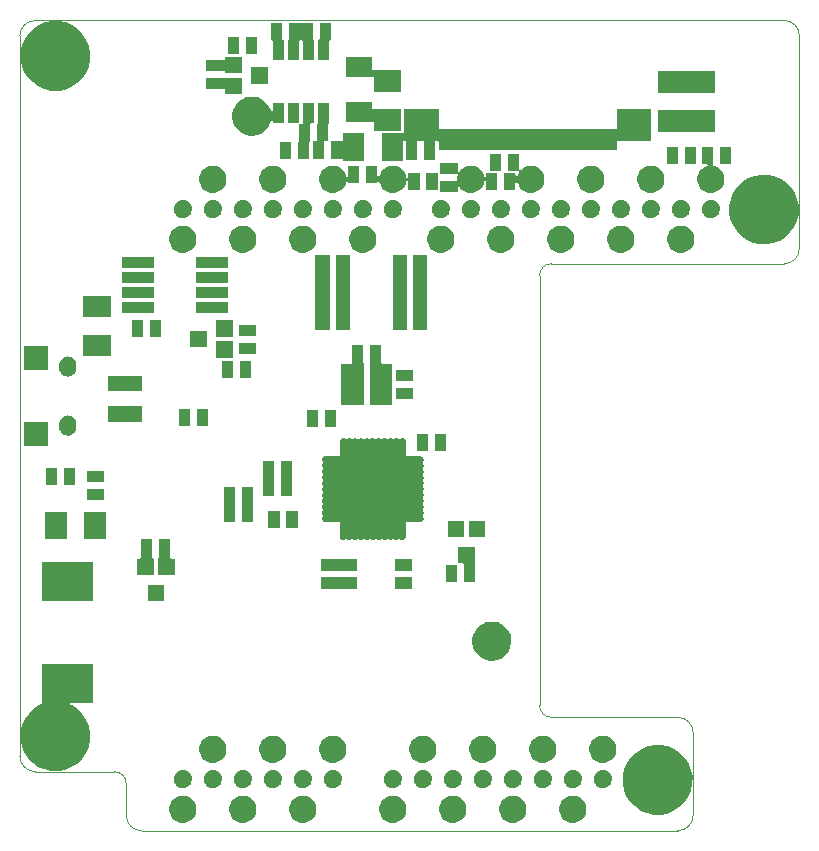
<source format=gbs>
G04 (created by PCBNEW (2013-07-07 BZR 4022)-stable) date 06/05/2014 22:12:36*
%MOIN*%
G04 Gerber Fmt 3.4, Leading zero omitted, Abs format*
%FSLAX34Y34*%
G01*
G70*
G90*
G04 APERTURE LIST*
%ADD10C,0.00590551*%
%ADD11C,0.000393701*%
G04 APERTURE END LIST*
G54D10*
G54D11*
X42173Y-51606D02*
X42173Y-27590D01*
X42173Y-27590D02*
G75*
G02X42685Y-27078I511J0D01*
G74*
G01*
X45716Y-52511D02*
X45716Y-53574D01*
X42685Y-52118D02*
X45322Y-52118D01*
X67645Y-27078D02*
X42685Y-27078D01*
X68157Y-34677D02*
X68157Y-27590D01*
X59889Y-35188D02*
X67645Y-35188D01*
X59496Y-49913D02*
X59496Y-35582D01*
X64102Y-50307D02*
X59889Y-50307D01*
X64614Y-53574D02*
X64614Y-50818D01*
X46228Y-54086D02*
X64102Y-54086D01*
X45322Y-52118D02*
G75*
G02X45716Y-52511I0J-393D01*
G74*
G01*
X42685Y-52118D02*
G75*
G02X42173Y-51606I0J511D01*
G74*
G01*
X67645Y-27078D02*
G75*
G02X68157Y-27590I0J-511D01*
G74*
G01*
X68157Y-34678D02*
G75*
G02X67645Y-35188I-511J0D01*
G74*
G01*
X59496Y-35581D02*
G75*
G02X59889Y-35188I393J0D01*
G74*
G01*
X59889Y-50307D02*
G75*
G02X59496Y-49913I0J393D01*
G74*
G01*
X64103Y-50307D02*
G75*
G02X64614Y-50818I0J-511D01*
G74*
G01*
X64614Y-53575D02*
G75*
G02X64102Y-54086I-511J0D01*
G74*
G01*
X46227Y-54086D02*
G75*
G02X45716Y-53574I0J511D01*
G74*
G01*
G54D10*
G36*
X43099Y-38733D02*
X42310Y-38733D01*
X42310Y-37944D01*
X43099Y-37944D01*
X43099Y-38733D01*
X43099Y-38733D01*
G37*
G36*
X43099Y-41252D02*
X42310Y-41252D01*
X42310Y-40463D01*
X43099Y-40463D01*
X43099Y-41252D01*
X43099Y-41252D01*
G37*
G36*
X43408Y-42568D02*
X43038Y-42568D01*
X43038Y-41998D01*
X43408Y-41998D01*
X43408Y-42568D01*
X43408Y-42568D01*
G37*
G36*
X43745Y-44377D02*
X43025Y-44377D01*
X43025Y-43457D01*
X43745Y-43457D01*
X43745Y-44377D01*
X43745Y-44377D01*
G37*
G36*
X44008Y-42568D02*
X43638Y-42568D01*
X43638Y-41998D01*
X44008Y-41998D01*
X44008Y-42568D01*
X44008Y-42568D01*
G37*
G36*
X44053Y-38657D02*
X44053Y-38662D01*
X44053Y-38668D01*
X44053Y-38668D01*
X44046Y-38724D01*
X44046Y-38724D01*
X44046Y-38725D01*
X44030Y-38777D01*
X44002Y-38826D01*
X43967Y-38868D01*
X43923Y-38904D01*
X43874Y-38929D01*
X43820Y-38945D01*
X43766Y-38950D01*
X43710Y-38944D01*
X43657Y-38928D01*
X43607Y-38901D01*
X43565Y-38866D01*
X43529Y-38823D01*
X43503Y-38774D01*
X43487Y-38720D01*
X43481Y-38657D01*
X43481Y-38570D01*
X43481Y-38566D01*
X43482Y-38559D01*
X43482Y-38559D01*
X43488Y-38503D01*
X43488Y-38503D01*
X43488Y-38503D01*
X43505Y-38451D01*
X43532Y-38401D01*
X43567Y-38359D01*
X43611Y-38324D01*
X43660Y-38298D01*
X43714Y-38282D01*
X43769Y-38277D01*
X43825Y-38283D01*
X43878Y-38299D01*
X43927Y-38326D01*
X43970Y-38361D01*
X44005Y-38405D01*
X44031Y-38454D01*
X44047Y-38507D01*
X44053Y-38570D01*
X44053Y-38657D01*
X44053Y-38657D01*
G37*
G36*
X44053Y-40626D02*
X44053Y-40630D01*
X44053Y-40637D01*
X44053Y-40637D01*
X44046Y-40692D01*
X44046Y-40692D01*
X44046Y-40693D01*
X44030Y-40745D01*
X44002Y-40795D01*
X43967Y-40837D01*
X43923Y-40872D01*
X43874Y-40898D01*
X43820Y-40914D01*
X43766Y-40919D01*
X43710Y-40913D01*
X43657Y-40896D01*
X43607Y-40870D01*
X43565Y-40834D01*
X43529Y-40791D01*
X43503Y-40742D01*
X43487Y-40689D01*
X43481Y-40626D01*
X43481Y-40539D01*
X43481Y-40534D01*
X43482Y-40528D01*
X43482Y-40527D01*
X43488Y-40472D01*
X43488Y-40472D01*
X43488Y-40471D01*
X43505Y-40419D01*
X43532Y-40370D01*
X43567Y-40328D01*
X43611Y-40292D01*
X43660Y-40267D01*
X43714Y-40251D01*
X43769Y-40246D01*
X43825Y-40252D01*
X43878Y-40268D01*
X43927Y-40295D01*
X43970Y-40330D01*
X44005Y-40373D01*
X44031Y-40422D01*
X44047Y-40476D01*
X44053Y-40539D01*
X44053Y-40626D01*
X44053Y-40626D01*
G37*
G36*
X44516Y-28148D02*
X44512Y-28403D01*
X44461Y-28631D01*
X44370Y-28833D01*
X44236Y-29024D01*
X44075Y-29177D01*
X43878Y-29303D01*
X43671Y-29383D01*
X43440Y-29423D01*
X43219Y-29419D01*
X42990Y-29369D01*
X42787Y-29280D01*
X42595Y-29146D01*
X42441Y-28987D01*
X42314Y-28790D01*
X42233Y-28584D01*
X42190Y-28354D01*
X42193Y-28133D01*
X42242Y-27903D01*
X42329Y-27700D01*
X42462Y-27506D01*
X42620Y-27352D01*
X42816Y-27223D01*
X43021Y-27140D01*
X43252Y-27096D01*
X43472Y-27098D01*
X43703Y-27145D01*
X43906Y-27231D01*
X44101Y-27362D01*
X44256Y-27519D01*
X44386Y-27715D01*
X44470Y-27918D01*
X44516Y-28148D01*
X44516Y-28148D01*
G37*
G36*
X44595Y-46429D02*
X42900Y-46429D01*
X42900Y-45129D01*
X44595Y-45129D01*
X44595Y-46429D01*
X44595Y-46429D01*
G37*
G36*
X44595Y-49815D02*
X43885Y-49815D01*
X43869Y-49815D01*
X43855Y-49821D01*
X43844Y-49832D01*
X43838Y-49846D01*
X43838Y-49862D01*
X43844Y-49876D01*
X43855Y-49887D01*
X43906Y-49908D01*
X44101Y-50039D01*
X44256Y-50196D01*
X44386Y-50392D01*
X44470Y-50595D01*
X44516Y-50825D01*
X44512Y-51080D01*
X44461Y-51308D01*
X44370Y-51511D01*
X44236Y-51701D01*
X44075Y-51855D01*
X43878Y-51980D01*
X43671Y-52060D01*
X43440Y-52101D01*
X43219Y-52096D01*
X42990Y-52046D01*
X42787Y-51957D01*
X42595Y-51823D01*
X42441Y-51664D01*
X42314Y-51467D01*
X42233Y-51261D01*
X42190Y-51031D01*
X42193Y-50810D01*
X42242Y-50580D01*
X42329Y-50377D01*
X42462Y-50183D01*
X42620Y-50029D01*
X42816Y-49900D01*
X42869Y-49879D01*
X42884Y-49873D01*
X42894Y-49862D01*
X42900Y-49848D01*
X42900Y-49833D01*
X42900Y-48514D01*
X44595Y-48514D01*
X44595Y-49815D01*
X44595Y-49815D01*
G37*
G36*
X44969Y-42463D02*
X44400Y-42463D01*
X44400Y-42093D01*
X44969Y-42093D01*
X44969Y-42463D01*
X44969Y-42463D01*
G37*
G36*
X44969Y-43063D02*
X44400Y-43063D01*
X44400Y-42693D01*
X44969Y-42693D01*
X44969Y-43063D01*
X44969Y-43063D01*
G37*
G36*
X45045Y-44377D02*
X44325Y-44377D01*
X44325Y-43457D01*
X45045Y-43457D01*
X45045Y-44377D01*
X45045Y-44377D01*
G37*
G36*
X45203Y-36973D02*
X44284Y-36973D01*
X44284Y-36253D01*
X45203Y-36253D01*
X45203Y-36973D01*
X45203Y-36973D01*
G37*
G36*
X45203Y-38273D02*
X44284Y-38273D01*
X44284Y-37553D01*
X45203Y-37553D01*
X45203Y-38273D01*
X45203Y-38273D01*
G37*
G36*
X46239Y-39429D02*
X45911Y-39429D01*
X45896Y-39429D01*
X45816Y-39429D01*
X45801Y-39429D01*
X45537Y-39429D01*
X45522Y-39429D01*
X45442Y-39429D01*
X45427Y-39429D01*
X45099Y-39429D01*
X45099Y-38916D01*
X45427Y-38916D01*
X45442Y-38916D01*
X45522Y-38916D01*
X45537Y-38916D01*
X45801Y-38916D01*
X45816Y-38916D01*
X45896Y-38916D01*
X45911Y-38916D01*
X46239Y-38916D01*
X46239Y-39429D01*
X46239Y-39429D01*
G37*
G36*
X46239Y-40453D02*
X45911Y-40453D01*
X45896Y-40453D01*
X45816Y-40453D01*
X45801Y-40453D01*
X45537Y-40453D01*
X45522Y-40453D01*
X45442Y-40453D01*
X45427Y-40453D01*
X45099Y-40453D01*
X45099Y-39940D01*
X45427Y-39940D01*
X45442Y-39940D01*
X45522Y-39940D01*
X45537Y-39940D01*
X45801Y-39940D01*
X45816Y-39940D01*
X45896Y-39940D01*
X45911Y-39940D01*
X46239Y-39940D01*
X46239Y-40453D01*
X46239Y-40453D01*
G37*
G36*
X46282Y-37647D02*
X45912Y-37647D01*
X45912Y-37077D01*
X46282Y-37077D01*
X46282Y-37647D01*
X46282Y-37647D01*
G37*
G36*
X46627Y-35333D02*
X45563Y-35333D01*
X45563Y-34977D01*
X46627Y-34977D01*
X46627Y-35333D01*
X46627Y-35333D01*
G37*
G36*
X46627Y-35833D02*
X45563Y-35833D01*
X45563Y-35477D01*
X46627Y-35477D01*
X46627Y-35833D01*
X46627Y-35833D01*
G37*
G36*
X46627Y-36333D02*
X45563Y-36333D01*
X45563Y-35977D01*
X46627Y-35977D01*
X46627Y-36333D01*
X46627Y-36333D01*
G37*
G36*
X46627Y-36833D02*
X45563Y-36833D01*
X45563Y-36477D01*
X46627Y-36477D01*
X46627Y-36833D01*
X46627Y-36833D01*
G37*
G36*
X46638Y-45571D02*
X46086Y-45571D01*
X46086Y-45018D01*
X46161Y-45018D01*
X46177Y-45018D01*
X46191Y-45013D01*
X46202Y-45002D01*
X46208Y-44987D01*
X46208Y-44972D01*
X46208Y-44380D01*
X46577Y-44380D01*
X46577Y-44972D01*
X46577Y-44987D01*
X46583Y-45002D01*
X46594Y-45013D01*
X46608Y-45018D01*
X46624Y-45018D01*
X46638Y-45018D01*
X46638Y-45571D01*
X46638Y-45571D01*
G37*
G36*
X46882Y-37647D02*
X46512Y-37647D01*
X46512Y-37077D01*
X46882Y-37077D01*
X46882Y-37647D01*
X46882Y-37647D01*
G37*
G36*
X46988Y-46437D02*
X46436Y-46437D01*
X46436Y-45885D01*
X46988Y-45885D01*
X46988Y-46437D01*
X46988Y-46437D01*
G37*
G36*
X47338Y-45571D02*
X46786Y-45571D01*
X46786Y-45015D01*
X46791Y-45013D01*
X46802Y-45002D01*
X46808Y-44987D01*
X46808Y-44972D01*
X46808Y-44380D01*
X47177Y-44380D01*
X47177Y-44972D01*
X47177Y-44987D01*
X47183Y-45002D01*
X47194Y-45013D01*
X47208Y-45018D01*
X47224Y-45018D01*
X47338Y-45018D01*
X47338Y-45571D01*
X47338Y-45571D01*
G37*
G36*
X47837Y-40599D02*
X47467Y-40599D01*
X47467Y-40030D01*
X47837Y-40030D01*
X47837Y-40599D01*
X47837Y-40599D01*
G37*
G36*
X47908Y-33342D02*
X47907Y-33405D01*
X47892Y-33469D01*
X47870Y-33519D01*
X47832Y-33572D01*
X47793Y-33610D01*
X47738Y-33645D01*
X47687Y-33664D01*
X47622Y-33676D01*
X47569Y-33675D01*
X47504Y-33661D01*
X47455Y-33639D01*
X47401Y-33601D01*
X47363Y-33563D01*
X47327Y-33507D01*
X47308Y-33457D01*
X47296Y-33392D01*
X47296Y-33339D01*
X47310Y-33274D01*
X47331Y-33225D01*
X47369Y-33170D01*
X47407Y-33133D01*
X47463Y-33096D01*
X47512Y-33076D01*
X47578Y-33064D01*
X47630Y-33064D01*
X47696Y-33077D01*
X47745Y-33098D01*
X47800Y-33135D01*
X47837Y-33173D01*
X47875Y-33229D01*
X47895Y-33277D01*
X47908Y-33342D01*
X47908Y-33342D01*
G37*
G36*
X47908Y-52342D02*
X47907Y-52405D01*
X47892Y-52469D01*
X47870Y-52519D01*
X47832Y-52572D01*
X47793Y-52610D01*
X47738Y-52645D01*
X47687Y-52664D01*
X47622Y-52676D01*
X47569Y-52675D01*
X47504Y-52661D01*
X47455Y-52639D01*
X47401Y-52601D01*
X47363Y-52563D01*
X47327Y-52507D01*
X47308Y-52457D01*
X47296Y-52392D01*
X47296Y-52339D01*
X47310Y-52274D01*
X47331Y-52225D01*
X47369Y-52170D01*
X47407Y-52133D01*
X47463Y-52096D01*
X47512Y-52076D01*
X47578Y-52064D01*
X47630Y-52064D01*
X47696Y-52077D01*
X47745Y-52098D01*
X47800Y-52135D01*
X47837Y-52173D01*
X47875Y-52229D01*
X47895Y-52277D01*
X47908Y-52342D01*
X47908Y-52342D01*
G37*
G36*
X48055Y-34328D02*
X48054Y-34424D01*
X48033Y-34516D01*
X47999Y-34592D01*
X47945Y-34669D01*
X47884Y-34727D01*
X47804Y-34777D01*
X47727Y-34807D01*
X47634Y-34824D01*
X47551Y-34822D01*
X47458Y-34802D01*
X47382Y-34769D01*
X47304Y-34714D01*
X47247Y-34655D01*
X47195Y-34575D01*
X47165Y-34498D01*
X47148Y-34404D01*
X47149Y-34322D01*
X47169Y-34229D01*
X47201Y-34153D01*
X47255Y-34074D01*
X47314Y-34017D01*
X47394Y-33964D01*
X47470Y-33934D01*
X47564Y-33916D01*
X47646Y-33916D01*
X47740Y-33936D01*
X47815Y-33967D01*
X47895Y-34021D01*
X47952Y-34079D01*
X48006Y-34159D01*
X48037Y-34234D01*
X48055Y-34328D01*
X48055Y-34328D01*
G37*
G36*
X48055Y-53328D02*
X48054Y-53424D01*
X48033Y-53516D01*
X47999Y-53592D01*
X47945Y-53669D01*
X47884Y-53727D01*
X47804Y-53777D01*
X47727Y-53807D01*
X47634Y-53824D01*
X47551Y-53822D01*
X47458Y-53802D01*
X47382Y-53769D01*
X47304Y-53714D01*
X47247Y-53655D01*
X47195Y-53575D01*
X47165Y-53498D01*
X47148Y-53404D01*
X47149Y-53322D01*
X47169Y-53229D01*
X47201Y-53153D01*
X47255Y-53074D01*
X47314Y-53017D01*
X47394Y-52964D01*
X47470Y-52934D01*
X47564Y-52916D01*
X47646Y-52916D01*
X47740Y-52936D01*
X47815Y-52967D01*
X47895Y-53021D01*
X47952Y-53079D01*
X48006Y-53159D01*
X48037Y-53234D01*
X48055Y-53328D01*
X48055Y-53328D01*
G37*
G36*
X48406Y-37973D02*
X47853Y-37973D01*
X47853Y-37420D01*
X48406Y-37420D01*
X48406Y-37973D01*
X48406Y-37973D01*
G37*
G36*
X48437Y-40599D02*
X48067Y-40599D01*
X48067Y-40030D01*
X48437Y-40030D01*
X48437Y-40599D01*
X48437Y-40599D01*
G37*
G36*
X48908Y-33342D02*
X48907Y-33405D01*
X48892Y-33469D01*
X48870Y-33519D01*
X48832Y-33572D01*
X48793Y-33610D01*
X48738Y-33645D01*
X48687Y-33664D01*
X48622Y-33676D01*
X48569Y-33675D01*
X48504Y-33661D01*
X48455Y-33639D01*
X48401Y-33601D01*
X48363Y-33563D01*
X48327Y-33507D01*
X48308Y-33457D01*
X48296Y-33392D01*
X48296Y-33339D01*
X48310Y-33274D01*
X48331Y-33225D01*
X48369Y-33170D01*
X48407Y-33133D01*
X48463Y-33096D01*
X48512Y-33076D01*
X48578Y-33064D01*
X48630Y-33064D01*
X48696Y-33077D01*
X48745Y-33098D01*
X48800Y-33135D01*
X48837Y-33173D01*
X48875Y-33229D01*
X48895Y-33277D01*
X48908Y-33342D01*
X48908Y-33342D01*
G37*
G36*
X48908Y-52342D02*
X48907Y-52405D01*
X48892Y-52469D01*
X48870Y-52519D01*
X48832Y-52572D01*
X48793Y-52610D01*
X48738Y-52645D01*
X48687Y-52664D01*
X48622Y-52676D01*
X48569Y-52675D01*
X48504Y-52661D01*
X48455Y-52639D01*
X48401Y-52601D01*
X48363Y-52563D01*
X48327Y-52507D01*
X48308Y-52457D01*
X48296Y-52392D01*
X48296Y-52339D01*
X48310Y-52274D01*
X48331Y-52225D01*
X48369Y-52170D01*
X48407Y-52133D01*
X48463Y-52096D01*
X48512Y-52076D01*
X48578Y-52064D01*
X48630Y-52064D01*
X48696Y-52077D01*
X48745Y-52098D01*
X48800Y-52135D01*
X48837Y-52173D01*
X48875Y-52229D01*
X48895Y-52277D01*
X48908Y-52342D01*
X48908Y-52342D01*
G37*
G36*
X49055Y-32328D02*
X49054Y-32424D01*
X49033Y-32516D01*
X48999Y-32592D01*
X48945Y-32669D01*
X48884Y-32727D01*
X48804Y-32777D01*
X48727Y-32807D01*
X48634Y-32824D01*
X48551Y-32822D01*
X48458Y-32802D01*
X48382Y-32769D01*
X48304Y-32714D01*
X48247Y-32655D01*
X48195Y-32575D01*
X48165Y-32498D01*
X48148Y-32404D01*
X48149Y-32322D01*
X48169Y-32229D01*
X48201Y-32153D01*
X48255Y-32074D01*
X48314Y-32017D01*
X48394Y-31964D01*
X48470Y-31934D01*
X48564Y-31916D01*
X48646Y-31916D01*
X48740Y-31936D01*
X48815Y-31967D01*
X48895Y-32021D01*
X48952Y-32079D01*
X49006Y-32159D01*
X49037Y-32234D01*
X49055Y-32328D01*
X49055Y-32328D01*
G37*
G36*
X49055Y-51328D02*
X49054Y-51424D01*
X49033Y-51516D01*
X48999Y-51592D01*
X48945Y-51669D01*
X48884Y-51727D01*
X48804Y-51777D01*
X48727Y-51807D01*
X48634Y-51824D01*
X48551Y-51822D01*
X48458Y-51802D01*
X48382Y-51769D01*
X48304Y-51714D01*
X48247Y-51655D01*
X48195Y-51575D01*
X48165Y-51498D01*
X48148Y-51404D01*
X48149Y-51322D01*
X48169Y-51229D01*
X48201Y-51153D01*
X48255Y-51074D01*
X48314Y-51017D01*
X48394Y-50964D01*
X48470Y-50934D01*
X48564Y-50916D01*
X48646Y-50916D01*
X48740Y-50936D01*
X48815Y-50967D01*
X48895Y-51021D01*
X48952Y-51079D01*
X49006Y-51159D01*
X49037Y-51234D01*
X49055Y-51328D01*
X49055Y-51328D01*
G37*
G36*
X49121Y-35333D02*
X48057Y-35333D01*
X48057Y-34977D01*
X49121Y-34977D01*
X49121Y-35333D01*
X49121Y-35333D01*
G37*
G36*
X49121Y-35833D02*
X48057Y-35833D01*
X48057Y-35477D01*
X49121Y-35477D01*
X49121Y-35833D01*
X49121Y-35833D01*
G37*
G36*
X49121Y-36333D02*
X48057Y-36333D01*
X48057Y-35977D01*
X49121Y-35977D01*
X49121Y-36333D01*
X49121Y-36333D01*
G37*
G36*
X49121Y-36833D02*
X48057Y-36833D01*
X48057Y-36477D01*
X49121Y-36477D01*
X49121Y-36833D01*
X49121Y-36833D01*
G37*
G36*
X49272Y-37623D02*
X48719Y-37623D01*
X48719Y-37070D01*
X49272Y-37070D01*
X49272Y-37623D01*
X49272Y-37623D01*
G37*
G36*
X49272Y-38323D02*
X48719Y-38323D01*
X48719Y-37770D01*
X49272Y-37770D01*
X49272Y-38323D01*
X49272Y-38323D01*
G37*
G36*
X49274Y-38985D02*
X48904Y-38985D01*
X48904Y-38415D01*
X49274Y-38415D01*
X49274Y-38985D01*
X49274Y-38985D01*
G37*
G36*
X49333Y-43808D02*
X48964Y-43808D01*
X48964Y-43244D01*
X48964Y-43229D01*
X48964Y-43207D01*
X48964Y-43192D01*
X48964Y-42628D01*
X49333Y-42628D01*
X49333Y-43192D01*
X49333Y-43207D01*
X49333Y-43229D01*
X49333Y-43244D01*
X49333Y-43808D01*
X49333Y-43808D01*
G37*
G36*
X49471Y-28198D02*
X49101Y-28198D01*
X49101Y-27628D01*
X49471Y-27628D01*
X49471Y-28198D01*
X49471Y-28198D01*
G37*
G36*
X49567Y-28843D02*
X49014Y-28843D01*
X49014Y-28809D01*
X49014Y-28793D01*
X49009Y-28779D01*
X48998Y-28768D01*
X48984Y-28762D01*
X48968Y-28762D01*
X48376Y-28762D01*
X48376Y-28393D01*
X48968Y-28393D01*
X48984Y-28393D01*
X48998Y-28387D01*
X49009Y-28376D01*
X49014Y-28362D01*
X49014Y-28346D01*
X49014Y-28290D01*
X49567Y-28290D01*
X49567Y-28843D01*
X49567Y-28843D01*
G37*
G36*
X49567Y-29543D02*
X49014Y-29543D01*
X49014Y-29409D01*
X49014Y-29393D01*
X49009Y-29379D01*
X48998Y-29368D01*
X48984Y-29362D01*
X48968Y-29362D01*
X48376Y-29362D01*
X48376Y-28993D01*
X48968Y-28993D01*
X48984Y-28993D01*
X48989Y-28990D01*
X49567Y-28990D01*
X49567Y-29543D01*
X49567Y-29543D01*
G37*
G36*
X49874Y-38985D02*
X49504Y-38985D01*
X49504Y-38415D01*
X49874Y-38415D01*
X49874Y-38985D01*
X49874Y-38985D01*
G37*
G36*
X49908Y-33342D02*
X49907Y-33405D01*
X49892Y-33469D01*
X49870Y-33519D01*
X49832Y-33572D01*
X49793Y-33610D01*
X49738Y-33645D01*
X49687Y-33664D01*
X49622Y-33676D01*
X49569Y-33675D01*
X49504Y-33661D01*
X49455Y-33639D01*
X49401Y-33601D01*
X49363Y-33563D01*
X49327Y-33507D01*
X49308Y-33457D01*
X49296Y-33392D01*
X49296Y-33339D01*
X49310Y-33274D01*
X49331Y-33225D01*
X49369Y-33170D01*
X49407Y-33133D01*
X49463Y-33096D01*
X49512Y-33076D01*
X49578Y-33064D01*
X49630Y-33064D01*
X49696Y-33077D01*
X49745Y-33098D01*
X49800Y-33135D01*
X49837Y-33173D01*
X49875Y-33229D01*
X49895Y-33277D01*
X49908Y-33342D01*
X49908Y-33342D01*
G37*
G36*
X49908Y-52342D02*
X49907Y-52405D01*
X49892Y-52469D01*
X49870Y-52519D01*
X49832Y-52572D01*
X49793Y-52610D01*
X49738Y-52645D01*
X49687Y-52664D01*
X49622Y-52676D01*
X49569Y-52675D01*
X49504Y-52661D01*
X49455Y-52639D01*
X49401Y-52601D01*
X49363Y-52563D01*
X49327Y-52507D01*
X49308Y-52457D01*
X49296Y-52392D01*
X49296Y-52339D01*
X49310Y-52274D01*
X49331Y-52225D01*
X49369Y-52170D01*
X49407Y-52133D01*
X49463Y-52096D01*
X49512Y-52076D01*
X49578Y-52064D01*
X49630Y-52064D01*
X49696Y-52077D01*
X49745Y-52098D01*
X49800Y-52135D01*
X49837Y-52173D01*
X49875Y-52229D01*
X49895Y-52277D01*
X49908Y-52342D01*
X49908Y-52342D01*
G37*
G36*
X49933Y-43808D02*
X49564Y-43808D01*
X49564Y-43244D01*
X49564Y-43229D01*
X49564Y-43207D01*
X49564Y-43192D01*
X49564Y-42628D01*
X49933Y-42628D01*
X49933Y-43192D01*
X49933Y-43207D01*
X49933Y-43229D01*
X49933Y-43244D01*
X49933Y-43808D01*
X49933Y-43808D01*
G37*
G36*
X50048Y-37601D02*
X49478Y-37601D01*
X49478Y-37231D01*
X50048Y-37231D01*
X50048Y-37601D01*
X50048Y-37601D01*
G37*
G36*
X50048Y-38201D02*
X49478Y-38201D01*
X49478Y-37831D01*
X50048Y-37831D01*
X50048Y-38201D01*
X50048Y-38201D01*
G37*
G36*
X50055Y-34328D02*
X50054Y-34424D01*
X50033Y-34516D01*
X49999Y-34592D01*
X49945Y-34669D01*
X49884Y-34727D01*
X49804Y-34777D01*
X49727Y-34807D01*
X49634Y-34824D01*
X49551Y-34822D01*
X49458Y-34802D01*
X49382Y-34769D01*
X49304Y-34714D01*
X49247Y-34655D01*
X49195Y-34575D01*
X49165Y-34498D01*
X49148Y-34404D01*
X49149Y-34322D01*
X49169Y-34229D01*
X49201Y-34153D01*
X49255Y-34074D01*
X49314Y-34017D01*
X49394Y-33964D01*
X49470Y-33934D01*
X49564Y-33916D01*
X49646Y-33916D01*
X49740Y-33936D01*
X49815Y-33967D01*
X49895Y-34021D01*
X49952Y-34079D01*
X50006Y-34159D01*
X50037Y-34234D01*
X50055Y-34328D01*
X50055Y-34328D01*
G37*
G36*
X50055Y-53328D02*
X50054Y-53424D01*
X50033Y-53516D01*
X49999Y-53592D01*
X49945Y-53669D01*
X49884Y-53727D01*
X49804Y-53777D01*
X49727Y-53807D01*
X49634Y-53824D01*
X49551Y-53822D01*
X49458Y-53802D01*
X49382Y-53769D01*
X49304Y-53714D01*
X49247Y-53655D01*
X49195Y-53575D01*
X49165Y-53498D01*
X49148Y-53404D01*
X49149Y-53322D01*
X49169Y-53229D01*
X49201Y-53153D01*
X49255Y-53074D01*
X49314Y-53017D01*
X49394Y-52964D01*
X49470Y-52934D01*
X49564Y-52916D01*
X49646Y-52916D01*
X49740Y-52936D01*
X49815Y-52967D01*
X49895Y-53021D01*
X49952Y-53079D01*
X50006Y-53159D01*
X50037Y-53234D01*
X50055Y-53328D01*
X50055Y-53328D01*
G37*
G36*
X50071Y-28198D02*
X49701Y-28198D01*
X49701Y-27628D01*
X50071Y-27628D01*
X50071Y-28198D01*
X50071Y-28198D01*
G37*
G36*
X50433Y-29193D02*
X49881Y-29193D01*
X49881Y-28640D01*
X50433Y-28640D01*
X50433Y-29193D01*
X50433Y-29193D01*
G37*
G36*
X50632Y-42942D02*
X50263Y-42942D01*
X50263Y-42378D01*
X50263Y-42362D01*
X50263Y-42341D01*
X50263Y-42326D01*
X50263Y-41762D01*
X50632Y-41762D01*
X50632Y-42326D01*
X50632Y-42341D01*
X50632Y-42362D01*
X50632Y-42378D01*
X50632Y-42942D01*
X50632Y-42942D01*
G37*
G36*
X50829Y-44005D02*
X50460Y-44005D01*
X50460Y-43435D01*
X50829Y-43435D01*
X50829Y-44005D01*
X50829Y-44005D01*
G37*
G36*
X50908Y-33342D02*
X50907Y-33405D01*
X50892Y-33469D01*
X50870Y-33519D01*
X50832Y-33572D01*
X50793Y-33610D01*
X50738Y-33645D01*
X50687Y-33664D01*
X50622Y-33676D01*
X50569Y-33675D01*
X50504Y-33661D01*
X50455Y-33639D01*
X50401Y-33601D01*
X50363Y-33563D01*
X50327Y-33507D01*
X50308Y-33457D01*
X50296Y-33392D01*
X50296Y-33339D01*
X50310Y-33274D01*
X50331Y-33225D01*
X50369Y-33170D01*
X50407Y-33133D01*
X50463Y-33096D01*
X50512Y-33076D01*
X50578Y-33064D01*
X50630Y-33064D01*
X50696Y-33077D01*
X50745Y-33098D01*
X50800Y-33135D01*
X50837Y-33173D01*
X50875Y-33229D01*
X50895Y-33277D01*
X50908Y-33342D01*
X50908Y-33342D01*
G37*
G36*
X50908Y-52342D02*
X50907Y-52405D01*
X50892Y-52469D01*
X50870Y-52519D01*
X50832Y-52572D01*
X50793Y-52610D01*
X50738Y-52645D01*
X50687Y-52664D01*
X50622Y-52676D01*
X50569Y-52675D01*
X50504Y-52661D01*
X50455Y-52639D01*
X50401Y-52601D01*
X50363Y-52563D01*
X50327Y-52507D01*
X50308Y-52457D01*
X50296Y-52392D01*
X50296Y-52339D01*
X50310Y-52274D01*
X50331Y-52225D01*
X50369Y-52170D01*
X50407Y-52133D01*
X50463Y-52096D01*
X50512Y-52076D01*
X50578Y-52064D01*
X50630Y-52064D01*
X50696Y-52077D01*
X50745Y-52098D01*
X50800Y-52135D01*
X50837Y-52173D01*
X50875Y-52229D01*
X50895Y-52277D01*
X50908Y-52342D01*
X50908Y-52342D01*
G37*
G36*
X50963Y-28399D02*
X50607Y-28399D01*
X50607Y-27791D01*
X50607Y-27776D01*
X50601Y-27762D01*
X50590Y-27751D01*
X50576Y-27745D01*
X50561Y-27745D01*
X50538Y-27745D01*
X50538Y-27175D01*
X50908Y-27175D01*
X50908Y-27682D01*
X50908Y-27697D01*
X50914Y-27712D01*
X50925Y-27722D01*
X50939Y-27728D01*
X50954Y-27728D01*
X50963Y-27728D01*
X50963Y-28399D01*
X50963Y-28399D01*
G37*
G36*
X50963Y-30499D02*
X50607Y-30499D01*
X50607Y-30464D01*
X50607Y-30449D01*
X50601Y-30435D01*
X50590Y-30424D01*
X50576Y-30418D01*
X50561Y-30418D01*
X50547Y-30424D01*
X50536Y-30435D01*
X50530Y-30449D01*
X50524Y-30476D01*
X50474Y-30587D01*
X50397Y-30696D01*
X50309Y-30780D01*
X50197Y-30851D01*
X50084Y-30895D01*
X49952Y-30919D01*
X49831Y-30916D01*
X49700Y-30887D01*
X49589Y-30839D01*
X49479Y-30762D01*
X49395Y-30675D01*
X49323Y-30563D01*
X49278Y-30450D01*
X49254Y-30319D01*
X49256Y-30198D01*
X49284Y-30067D01*
X49331Y-29956D01*
X49407Y-29845D01*
X49493Y-29760D01*
X49606Y-29687D01*
X49717Y-29642D01*
X49849Y-29616D01*
X49970Y-29617D01*
X50102Y-29644D01*
X50212Y-29691D01*
X50324Y-29766D01*
X50409Y-29852D01*
X50483Y-29964D01*
X50529Y-30075D01*
X50530Y-30079D01*
X50536Y-30093D01*
X50547Y-30104D01*
X50561Y-30109D01*
X50576Y-30109D01*
X50590Y-30104D01*
X50601Y-30093D01*
X50607Y-30079D01*
X50607Y-30063D01*
X50607Y-29828D01*
X50963Y-29828D01*
X50963Y-30499D01*
X50963Y-30499D01*
G37*
G36*
X51055Y-32328D02*
X51054Y-32424D01*
X51033Y-32516D01*
X50999Y-32592D01*
X50945Y-32669D01*
X50884Y-32727D01*
X50804Y-32777D01*
X50727Y-32807D01*
X50634Y-32824D01*
X50551Y-32822D01*
X50458Y-32802D01*
X50382Y-32769D01*
X50304Y-32714D01*
X50247Y-32655D01*
X50195Y-32575D01*
X50165Y-32498D01*
X50148Y-32404D01*
X50149Y-32322D01*
X50169Y-32229D01*
X50201Y-32153D01*
X50255Y-32074D01*
X50314Y-32017D01*
X50394Y-31964D01*
X50470Y-31934D01*
X50564Y-31916D01*
X50646Y-31916D01*
X50740Y-31936D01*
X50815Y-31967D01*
X50895Y-32021D01*
X50952Y-32079D01*
X51006Y-32159D01*
X51037Y-32234D01*
X51055Y-32328D01*
X51055Y-32328D01*
G37*
G36*
X51055Y-51328D02*
X51054Y-51424D01*
X51033Y-51516D01*
X50999Y-51592D01*
X50945Y-51669D01*
X50884Y-51727D01*
X50804Y-51777D01*
X50727Y-51807D01*
X50634Y-51824D01*
X50551Y-51822D01*
X50458Y-51802D01*
X50382Y-51769D01*
X50304Y-51714D01*
X50247Y-51655D01*
X50195Y-51575D01*
X50165Y-51498D01*
X50148Y-51404D01*
X50149Y-51322D01*
X50169Y-51229D01*
X50201Y-51153D01*
X50255Y-51074D01*
X50314Y-51017D01*
X50394Y-50964D01*
X50470Y-50934D01*
X50564Y-50916D01*
X50646Y-50916D01*
X50740Y-50936D01*
X50815Y-50967D01*
X50895Y-51021D01*
X50952Y-51079D01*
X51006Y-51159D01*
X51037Y-51234D01*
X51055Y-51328D01*
X51055Y-51328D01*
G37*
G36*
X51223Y-31702D02*
X50853Y-31702D01*
X50853Y-31132D01*
X51223Y-31132D01*
X51223Y-31702D01*
X51223Y-31702D01*
G37*
G36*
X51232Y-42942D02*
X50863Y-42942D01*
X50863Y-42378D01*
X50863Y-42362D01*
X50863Y-42341D01*
X50863Y-42326D01*
X50863Y-41762D01*
X51232Y-41762D01*
X51232Y-42326D01*
X51232Y-42341D01*
X51232Y-42362D01*
X51232Y-42378D01*
X51232Y-42942D01*
X51232Y-42942D01*
G37*
G36*
X51429Y-44005D02*
X51060Y-44005D01*
X51060Y-43435D01*
X51429Y-43435D01*
X51429Y-44005D01*
X51429Y-44005D01*
G37*
G36*
X51908Y-33342D02*
X51907Y-33405D01*
X51892Y-33469D01*
X51870Y-33519D01*
X51832Y-33572D01*
X51793Y-33610D01*
X51738Y-33645D01*
X51687Y-33664D01*
X51622Y-33676D01*
X51569Y-33675D01*
X51504Y-33661D01*
X51455Y-33639D01*
X51401Y-33601D01*
X51363Y-33563D01*
X51327Y-33507D01*
X51308Y-33457D01*
X51296Y-33392D01*
X51296Y-33339D01*
X51310Y-33274D01*
X51331Y-33225D01*
X51369Y-33170D01*
X51407Y-33133D01*
X51463Y-33096D01*
X51512Y-33076D01*
X51578Y-33064D01*
X51630Y-33064D01*
X51696Y-33077D01*
X51745Y-33098D01*
X51800Y-33135D01*
X51837Y-33173D01*
X51875Y-33229D01*
X51895Y-33277D01*
X51908Y-33342D01*
X51908Y-33342D01*
G37*
G36*
X51908Y-52342D02*
X51907Y-52405D01*
X51892Y-52469D01*
X51870Y-52519D01*
X51832Y-52572D01*
X51793Y-52610D01*
X51738Y-52645D01*
X51687Y-52664D01*
X51622Y-52676D01*
X51569Y-52675D01*
X51504Y-52661D01*
X51455Y-52639D01*
X51401Y-52601D01*
X51363Y-52563D01*
X51327Y-52507D01*
X51308Y-52457D01*
X51296Y-52392D01*
X51296Y-52339D01*
X51310Y-52274D01*
X51331Y-52225D01*
X51369Y-52170D01*
X51407Y-52133D01*
X51463Y-52096D01*
X51512Y-52076D01*
X51578Y-52064D01*
X51630Y-52064D01*
X51696Y-52077D01*
X51745Y-52098D01*
X51800Y-52135D01*
X51837Y-52173D01*
X51875Y-52229D01*
X51895Y-52277D01*
X51908Y-52342D01*
X51908Y-52342D01*
G37*
G36*
X51963Y-28399D02*
X51607Y-28399D01*
X51607Y-27791D01*
X51607Y-27776D01*
X51601Y-27762D01*
X51590Y-27751D01*
X51576Y-27745D01*
X51561Y-27745D01*
X51554Y-27745D01*
X51539Y-27745D01*
X51531Y-27745D01*
X51516Y-27745D01*
X51509Y-27745D01*
X51494Y-27745D01*
X51479Y-27751D01*
X51469Y-27762D01*
X51463Y-27776D01*
X51463Y-27791D01*
X51463Y-28399D01*
X51107Y-28399D01*
X51107Y-27728D01*
X51107Y-27728D01*
X51122Y-27722D01*
X51132Y-27712D01*
X51138Y-27697D01*
X51138Y-27682D01*
X51138Y-27175D01*
X51516Y-27175D01*
X51531Y-27175D01*
X51539Y-27175D01*
X51554Y-27175D01*
X51932Y-27175D01*
X51932Y-27682D01*
X51932Y-27697D01*
X51937Y-27712D01*
X51948Y-27722D01*
X51962Y-27728D01*
X51963Y-27728D01*
X51963Y-28399D01*
X51963Y-28399D01*
G37*
G36*
X51963Y-30499D02*
X51899Y-30499D01*
X51884Y-30499D01*
X51870Y-30505D01*
X51859Y-30516D01*
X51853Y-30530D01*
X51853Y-30545D01*
X51853Y-31092D01*
X51840Y-31097D01*
X51829Y-31108D01*
X51823Y-31122D01*
X51823Y-31138D01*
X51823Y-31702D01*
X51453Y-31702D01*
X51453Y-31132D01*
X51466Y-31126D01*
X51477Y-31115D01*
X51483Y-31101D01*
X51483Y-31086D01*
X51483Y-30545D01*
X51483Y-30530D01*
X51477Y-30516D01*
X51466Y-30505D01*
X51452Y-30499D01*
X51437Y-30499D01*
X51107Y-30499D01*
X51107Y-29828D01*
X51463Y-29828D01*
X51463Y-30475D01*
X51463Y-30491D01*
X51469Y-30505D01*
X51479Y-30516D01*
X51494Y-30522D01*
X51509Y-30522D01*
X51561Y-30522D01*
X51576Y-30522D01*
X51590Y-30516D01*
X51601Y-30505D01*
X51607Y-30491D01*
X51607Y-30475D01*
X51607Y-29828D01*
X51963Y-29828D01*
X51963Y-30499D01*
X51963Y-30499D01*
G37*
G36*
X52055Y-34328D02*
X52054Y-34424D01*
X52033Y-34516D01*
X51999Y-34592D01*
X51945Y-34669D01*
X51884Y-34727D01*
X51804Y-34777D01*
X51727Y-34807D01*
X51634Y-34824D01*
X51551Y-34822D01*
X51458Y-34802D01*
X51382Y-34769D01*
X51304Y-34714D01*
X51247Y-34655D01*
X51195Y-34575D01*
X51165Y-34498D01*
X51148Y-34404D01*
X51149Y-34322D01*
X51169Y-34229D01*
X51201Y-34153D01*
X51255Y-34074D01*
X51314Y-34017D01*
X51394Y-33964D01*
X51470Y-33934D01*
X51564Y-33916D01*
X51646Y-33916D01*
X51740Y-33936D01*
X51815Y-33967D01*
X51895Y-34021D01*
X51952Y-34079D01*
X52006Y-34159D01*
X52037Y-34234D01*
X52055Y-34328D01*
X52055Y-34328D01*
G37*
G36*
X52055Y-53328D02*
X52054Y-53424D01*
X52033Y-53516D01*
X51999Y-53592D01*
X51945Y-53669D01*
X51884Y-53727D01*
X51804Y-53777D01*
X51727Y-53807D01*
X51634Y-53824D01*
X51551Y-53822D01*
X51458Y-53802D01*
X51382Y-53769D01*
X51304Y-53714D01*
X51247Y-53655D01*
X51195Y-53575D01*
X51165Y-53498D01*
X51148Y-53404D01*
X51149Y-53322D01*
X51169Y-53229D01*
X51201Y-53153D01*
X51255Y-53074D01*
X51314Y-53017D01*
X51394Y-52964D01*
X51470Y-52934D01*
X51564Y-52916D01*
X51646Y-52916D01*
X51740Y-52936D01*
X51815Y-52967D01*
X51895Y-53021D01*
X51952Y-53079D01*
X52006Y-53159D01*
X52037Y-53234D01*
X52055Y-53328D01*
X52055Y-53328D01*
G37*
G36*
X52109Y-40639D02*
X51739Y-40639D01*
X51739Y-40069D01*
X52109Y-40069D01*
X52109Y-40639D01*
X52109Y-40639D01*
G37*
G36*
X52463Y-30512D02*
X52459Y-30516D01*
X52453Y-30530D01*
X52453Y-30545D01*
X52453Y-31091D01*
X52352Y-31091D01*
X52337Y-31091D01*
X52322Y-31097D01*
X52311Y-31108D01*
X52306Y-31122D01*
X52306Y-31138D01*
X52306Y-31682D01*
X51936Y-31682D01*
X51936Y-31112D01*
X52037Y-31112D01*
X52052Y-31112D01*
X52066Y-31106D01*
X52077Y-31096D01*
X52083Y-31081D01*
X52083Y-31066D01*
X52083Y-30519D01*
X52090Y-30516D01*
X52101Y-30505D01*
X52107Y-30491D01*
X52107Y-30475D01*
X52107Y-29828D01*
X52463Y-29828D01*
X52463Y-30512D01*
X52463Y-30512D01*
G37*
G36*
X52500Y-37392D02*
X52026Y-37392D01*
X52026Y-37123D01*
X52026Y-37108D01*
X52026Y-37064D01*
X52026Y-37049D01*
X52026Y-36808D01*
X52026Y-36793D01*
X52026Y-36749D01*
X52026Y-36734D01*
X52026Y-36493D01*
X52026Y-36478D01*
X52026Y-36434D01*
X52026Y-36419D01*
X52026Y-36178D01*
X52026Y-36163D01*
X52026Y-36119D01*
X52026Y-36104D01*
X52026Y-35863D01*
X52026Y-35848D01*
X52026Y-35804D01*
X52026Y-35789D01*
X52026Y-35549D01*
X52026Y-35533D01*
X52026Y-35489D01*
X52026Y-35474D01*
X52026Y-35234D01*
X52026Y-35218D01*
X52026Y-35175D01*
X52026Y-35159D01*
X52026Y-34890D01*
X52500Y-34890D01*
X52500Y-35159D01*
X52500Y-35175D01*
X52500Y-35218D01*
X52500Y-35234D01*
X52500Y-35474D01*
X52500Y-35489D01*
X52500Y-35533D01*
X52500Y-35549D01*
X52500Y-35789D01*
X52500Y-35804D01*
X52500Y-35848D01*
X52500Y-35863D01*
X52500Y-36104D01*
X52500Y-36119D01*
X52500Y-36163D01*
X52500Y-36178D01*
X52500Y-36419D01*
X52500Y-36434D01*
X52500Y-36478D01*
X52500Y-36493D01*
X52500Y-36734D01*
X52500Y-36749D01*
X52500Y-36793D01*
X52500Y-36808D01*
X52500Y-37049D01*
X52500Y-37064D01*
X52500Y-37108D01*
X52500Y-37123D01*
X52500Y-37392D01*
X52500Y-37392D01*
G37*
G36*
X52532Y-27745D02*
X52509Y-27745D01*
X52494Y-27745D01*
X52479Y-27751D01*
X52469Y-27762D01*
X52463Y-27776D01*
X52463Y-27791D01*
X52463Y-28399D01*
X52107Y-28399D01*
X52107Y-27728D01*
X52116Y-27728D01*
X52131Y-27728D01*
X52145Y-27722D01*
X52156Y-27712D01*
X52162Y-27697D01*
X52162Y-27682D01*
X52162Y-27175D01*
X52532Y-27175D01*
X52532Y-27745D01*
X52532Y-27745D01*
G37*
G36*
X52709Y-40639D02*
X52339Y-40639D01*
X52339Y-40069D01*
X52709Y-40069D01*
X52709Y-40639D01*
X52709Y-40639D01*
G37*
G36*
X52908Y-33342D02*
X52907Y-33405D01*
X52892Y-33469D01*
X52870Y-33519D01*
X52832Y-33572D01*
X52793Y-33610D01*
X52738Y-33645D01*
X52687Y-33664D01*
X52622Y-33676D01*
X52569Y-33675D01*
X52504Y-33661D01*
X52455Y-33639D01*
X52401Y-33601D01*
X52363Y-33563D01*
X52327Y-33507D01*
X52308Y-33457D01*
X52296Y-33392D01*
X52296Y-33339D01*
X52310Y-33274D01*
X52331Y-33225D01*
X52369Y-33170D01*
X52407Y-33133D01*
X52463Y-33096D01*
X52512Y-33076D01*
X52578Y-33064D01*
X52630Y-33064D01*
X52696Y-33077D01*
X52745Y-33098D01*
X52800Y-33135D01*
X52837Y-33173D01*
X52875Y-33229D01*
X52895Y-33277D01*
X52908Y-33342D01*
X52908Y-33342D01*
G37*
G36*
X52908Y-52342D02*
X52907Y-52405D01*
X52892Y-52469D01*
X52870Y-52519D01*
X52832Y-52572D01*
X52793Y-52610D01*
X52738Y-52645D01*
X52687Y-52664D01*
X52622Y-52676D01*
X52569Y-52675D01*
X52504Y-52661D01*
X52455Y-52639D01*
X52401Y-52601D01*
X52363Y-52563D01*
X52327Y-52507D01*
X52308Y-52457D01*
X52296Y-52392D01*
X52296Y-52339D01*
X52310Y-52274D01*
X52331Y-52225D01*
X52369Y-52170D01*
X52407Y-52133D01*
X52463Y-52096D01*
X52512Y-52076D01*
X52578Y-52064D01*
X52630Y-52064D01*
X52696Y-52077D01*
X52745Y-52098D01*
X52800Y-52135D01*
X52837Y-52173D01*
X52875Y-52229D01*
X52895Y-52277D01*
X52908Y-52342D01*
X52908Y-52342D01*
G37*
G36*
X53055Y-51328D02*
X53054Y-51424D01*
X53033Y-51516D01*
X52999Y-51592D01*
X52945Y-51669D01*
X52884Y-51727D01*
X52804Y-51777D01*
X52727Y-51807D01*
X52634Y-51824D01*
X52551Y-51822D01*
X52458Y-51802D01*
X52382Y-51769D01*
X52304Y-51714D01*
X52247Y-51655D01*
X52195Y-51575D01*
X52165Y-51498D01*
X52148Y-51404D01*
X52149Y-51322D01*
X52169Y-51229D01*
X52201Y-51153D01*
X52255Y-51074D01*
X52314Y-51017D01*
X52394Y-50964D01*
X52470Y-50934D01*
X52564Y-50916D01*
X52646Y-50916D01*
X52740Y-50936D01*
X52815Y-50967D01*
X52895Y-51021D01*
X52952Y-51079D01*
X53006Y-51159D01*
X53037Y-51234D01*
X53055Y-51328D01*
X53055Y-51328D01*
G37*
G36*
X53170Y-37392D02*
X52696Y-37392D01*
X52696Y-37123D01*
X52696Y-37108D01*
X52696Y-37064D01*
X52696Y-37049D01*
X52696Y-36808D01*
X52696Y-36793D01*
X52696Y-36749D01*
X52696Y-36734D01*
X52696Y-36493D01*
X52696Y-36478D01*
X52696Y-36434D01*
X52696Y-36419D01*
X52696Y-36178D01*
X52696Y-36163D01*
X52696Y-36119D01*
X52696Y-36104D01*
X52696Y-35863D01*
X52696Y-35848D01*
X52696Y-35804D01*
X52696Y-35789D01*
X52696Y-35549D01*
X52696Y-35533D01*
X52696Y-35489D01*
X52696Y-35474D01*
X52696Y-35234D01*
X52696Y-35218D01*
X52696Y-35175D01*
X52696Y-35159D01*
X52696Y-34890D01*
X53170Y-34890D01*
X53170Y-35159D01*
X53170Y-35175D01*
X53170Y-35218D01*
X53170Y-35234D01*
X53170Y-35474D01*
X53170Y-35489D01*
X53170Y-35533D01*
X53170Y-35549D01*
X53170Y-35789D01*
X53170Y-35804D01*
X53170Y-35848D01*
X53170Y-35863D01*
X53170Y-36104D01*
X53170Y-36119D01*
X53170Y-36163D01*
X53170Y-36178D01*
X53170Y-36419D01*
X53170Y-36434D01*
X53170Y-36478D01*
X53170Y-36493D01*
X53170Y-36734D01*
X53170Y-36749D01*
X53170Y-36793D01*
X53170Y-36808D01*
X53170Y-37049D01*
X53170Y-37064D01*
X53170Y-37108D01*
X53170Y-37123D01*
X53170Y-37392D01*
X53170Y-37392D01*
G37*
G36*
X53395Y-45416D02*
X52831Y-45416D01*
X52815Y-45416D01*
X52794Y-45416D01*
X52779Y-45416D01*
X52215Y-45416D01*
X52215Y-45046D01*
X52779Y-45046D01*
X52794Y-45046D01*
X52815Y-45046D01*
X52831Y-45046D01*
X53395Y-45046D01*
X53395Y-45416D01*
X53395Y-45416D01*
G37*
G36*
X53395Y-46016D02*
X52831Y-46016D01*
X52815Y-46016D01*
X52794Y-46016D01*
X52779Y-46016D01*
X52215Y-46016D01*
X52215Y-45646D01*
X52779Y-45646D01*
X52794Y-45646D01*
X52815Y-45646D01*
X52831Y-45646D01*
X53395Y-45646D01*
X53395Y-46016D01*
X53395Y-46016D01*
G37*
G36*
X53487Y-32489D02*
X53117Y-32489D01*
X53117Y-32486D01*
X53111Y-32471D01*
X53100Y-32461D01*
X53086Y-32455D01*
X53071Y-32455D01*
X53057Y-32461D01*
X53046Y-32471D01*
X53040Y-32486D01*
X53033Y-32516D01*
X52999Y-32592D01*
X52945Y-32669D01*
X52884Y-32727D01*
X52804Y-32777D01*
X52727Y-32807D01*
X52634Y-32824D01*
X52551Y-32822D01*
X52458Y-32802D01*
X52382Y-32769D01*
X52304Y-32714D01*
X52247Y-32655D01*
X52195Y-32575D01*
X52165Y-32498D01*
X52148Y-32404D01*
X52149Y-32322D01*
X52169Y-32229D01*
X52201Y-32153D01*
X52255Y-32074D01*
X52314Y-32017D01*
X52394Y-31964D01*
X52470Y-31934D01*
X52564Y-31916D01*
X52646Y-31916D01*
X52740Y-31936D01*
X52815Y-31967D01*
X52895Y-32021D01*
X52952Y-32079D01*
X53006Y-32159D01*
X53037Y-32234D01*
X53040Y-32250D01*
X53046Y-32265D01*
X53057Y-32275D01*
X53071Y-32281D01*
X53086Y-32281D01*
X53100Y-32275D01*
X53111Y-32265D01*
X53117Y-32250D01*
X53117Y-32235D01*
X53117Y-31919D01*
X53487Y-31919D01*
X53487Y-32489D01*
X53487Y-32489D01*
G37*
G36*
X53642Y-39902D02*
X52892Y-39902D01*
X52892Y-39239D01*
X52892Y-39224D01*
X52892Y-39200D01*
X52892Y-39185D01*
X52892Y-38522D01*
X53209Y-38522D01*
X53224Y-38522D01*
X53238Y-38516D01*
X53249Y-38506D01*
X53255Y-38491D01*
X53255Y-38476D01*
X53255Y-37884D01*
X53624Y-37884D01*
X53624Y-38476D01*
X53624Y-38491D01*
X53630Y-38506D01*
X53641Y-38516D01*
X53642Y-38517D01*
X53642Y-39185D01*
X53642Y-39200D01*
X53642Y-39224D01*
X53642Y-39239D01*
X53642Y-39902D01*
X53642Y-39902D01*
G37*
G36*
X53646Y-31759D02*
X52927Y-31759D01*
X52927Y-31728D01*
X52927Y-31713D01*
X52921Y-31699D01*
X52910Y-31688D01*
X52896Y-31682D01*
X52880Y-31682D01*
X52536Y-31682D01*
X52536Y-31112D01*
X52880Y-31112D01*
X52896Y-31112D01*
X52910Y-31106D01*
X52921Y-31096D01*
X52927Y-31081D01*
X52927Y-31066D01*
X52927Y-30839D01*
X53646Y-30839D01*
X53646Y-31759D01*
X53646Y-31759D01*
G37*
G36*
X53908Y-33342D02*
X53907Y-33405D01*
X53892Y-33469D01*
X53870Y-33519D01*
X53832Y-33572D01*
X53793Y-33610D01*
X53738Y-33645D01*
X53687Y-33664D01*
X53622Y-33676D01*
X53569Y-33675D01*
X53504Y-33661D01*
X53455Y-33639D01*
X53401Y-33601D01*
X53363Y-33563D01*
X53327Y-33507D01*
X53308Y-33457D01*
X53296Y-33392D01*
X53296Y-33339D01*
X53310Y-33274D01*
X53331Y-33225D01*
X53369Y-33170D01*
X53407Y-33133D01*
X53463Y-33096D01*
X53512Y-33076D01*
X53578Y-33064D01*
X53630Y-33064D01*
X53696Y-33077D01*
X53745Y-33098D01*
X53800Y-33135D01*
X53837Y-33173D01*
X53875Y-33229D01*
X53895Y-33277D01*
X53908Y-33342D01*
X53908Y-33342D01*
G37*
G36*
X54055Y-34328D02*
X54054Y-34424D01*
X54033Y-34516D01*
X53999Y-34592D01*
X53945Y-34669D01*
X53884Y-34727D01*
X53804Y-34777D01*
X53727Y-34807D01*
X53634Y-34824D01*
X53551Y-34822D01*
X53458Y-34802D01*
X53382Y-34769D01*
X53304Y-34714D01*
X53247Y-34655D01*
X53195Y-34575D01*
X53165Y-34498D01*
X53148Y-34404D01*
X53149Y-34322D01*
X53169Y-34229D01*
X53201Y-34153D01*
X53255Y-34074D01*
X53314Y-34017D01*
X53394Y-33964D01*
X53470Y-33934D01*
X53564Y-33916D01*
X53646Y-33916D01*
X53740Y-33936D01*
X53815Y-33967D01*
X53895Y-34021D01*
X53952Y-34079D01*
X54006Y-34159D01*
X54037Y-34234D01*
X54055Y-34328D01*
X54055Y-34328D01*
G37*
G36*
X54587Y-39902D02*
X53837Y-39902D01*
X53837Y-39239D01*
X53837Y-39224D01*
X53837Y-39200D01*
X53837Y-39185D01*
X53837Y-38517D01*
X53838Y-38516D01*
X53849Y-38506D01*
X53855Y-38491D01*
X53855Y-38476D01*
X53855Y-37884D01*
X54224Y-37884D01*
X54224Y-38476D01*
X54224Y-38491D01*
X54230Y-38506D01*
X54241Y-38516D01*
X54255Y-38522D01*
X54271Y-38522D01*
X54587Y-38522D01*
X54587Y-39185D01*
X54587Y-39200D01*
X54587Y-39224D01*
X54587Y-39239D01*
X54587Y-39902D01*
X54587Y-39902D01*
G37*
G36*
X54888Y-29453D02*
X53969Y-29453D01*
X53969Y-29003D01*
X53969Y-28988D01*
X53963Y-28974D01*
X53952Y-28963D01*
X53938Y-28957D01*
X53923Y-28957D01*
X53030Y-28957D01*
X53030Y-28286D01*
X53898Y-28286D01*
X53898Y-28687D01*
X53898Y-28703D01*
X53904Y-28717D01*
X53915Y-28728D01*
X53929Y-28734D01*
X53944Y-28734D01*
X54888Y-28734D01*
X54888Y-29453D01*
X54888Y-29453D01*
G37*
G36*
X54888Y-30753D02*
X53969Y-30753D01*
X53969Y-30499D01*
X53969Y-30484D01*
X53963Y-30470D01*
X53952Y-30459D01*
X53938Y-30453D01*
X53923Y-30453D01*
X53030Y-30453D01*
X53030Y-29782D01*
X53898Y-29782D01*
X53898Y-29987D01*
X53898Y-30003D01*
X53904Y-30017D01*
X53915Y-30028D01*
X53929Y-30034D01*
X53944Y-30034D01*
X54888Y-30034D01*
X54888Y-30753D01*
X54888Y-30753D01*
G37*
G36*
X54908Y-33342D02*
X54907Y-33405D01*
X54892Y-33469D01*
X54870Y-33519D01*
X54832Y-33572D01*
X54793Y-33610D01*
X54738Y-33645D01*
X54687Y-33664D01*
X54622Y-33676D01*
X54569Y-33675D01*
X54504Y-33661D01*
X54455Y-33639D01*
X54401Y-33601D01*
X54363Y-33563D01*
X54327Y-33507D01*
X54308Y-33457D01*
X54296Y-33392D01*
X54296Y-33339D01*
X54310Y-33274D01*
X54331Y-33225D01*
X54369Y-33170D01*
X54407Y-33133D01*
X54463Y-33096D01*
X54512Y-33076D01*
X54578Y-33064D01*
X54630Y-33064D01*
X54696Y-33077D01*
X54745Y-33098D01*
X54800Y-33135D01*
X54837Y-33173D01*
X54875Y-33229D01*
X54895Y-33277D01*
X54908Y-33342D01*
X54908Y-33342D01*
G37*
G36*
X54908Y-52342D02*
X54907Y-52405D01*
X54892Y-52469D01*
X54870Y-52519D01*
X54832Y-52572D01*
X54793Y-52610D01*
X54738Y-52645D01*
X54687Y-52664D01*
X54622Y-52676D01*
X54569Y-52675D01*
X54504Y-52661D01*
X54455Y-52639D01*
X54401Y-52601D01*
X54363Y-52563D01*
X54327Y-52507D01*
X54308Y-52457D01*
X54296Y-52392D01*
X54296Y-52339D01*
X54310Y-52274D01*
X54331Y-52225D01*
X54369Y-52170D01*
X54407Y-52133D01*
X54463Y-52096D01*
X54512Y-52076D01*
X54578Y-52064D01*
X54630Y-52064D01*
X54696Y-52077D01*
X54745Y-52098D01*
X54800Y-52135D01*
X54837Y-52173D01*
X54875Y-52229D01*
X54895Y-52277D01*
X54908Y-52342D01*
X54908Y-52342D01*
G37*
G36*
X55055Y-53328D02*
X55054Y-53424D01*
X55033Y-53516D01*
X54999Y-53592D01*
X54945Y-53669D01*
X54884Y-53727D01*
X54804Y-53777D01*
X54727Y-53807D01*
X54634Y-53824D01*
X54551Y-53822D01*
X54458Y-53802D01*
X54382Y-53769D01*
X54304Y-53714D01*
X54247Y-53655D01*
X54195Y-53575D01*
X54165Y-53498D01*
X54148Y-53404D01*
X54149Y-53322D01*
X54169Y-53229D01*
X54201Y-53153D01*
X54255Y-53074D01*
X54314Y-53017D01*
X54394Y-52964D01*
X54470Y-52934D01*
X54564Y-52916D01*
X54646Y-52916D01*
X54740Y-52936D01*
X54815Y-52967D01*
X54895Y-53021D01*
X54952Y-53079D01*
X55006Y-53159D01*
X55037Y-53234D01*
X55055Y-53328D01*
X55055Y-53328D01*
G37*
G36*
X55079Y-37392D02*
X54605Y-37392D01*
X54605Y-37123D01*
X54605Y-37108D01*
X54605Y-37064D01*
X54605Y-37049D01*
X54605Y-36808D01*
X54605Y-36793D01*
X54605Y-36749D01*
X54605Y-36734D01*
X54605Y-36493D01*
X54605Y-36478D01*
X54605Y-36434D01*
X54605Y-36419D01*
X54605Y-36178D01*
X54605Y-36163D01*
X54605Y-36119D01*
X54605Y-36104D01*
X54605Y-35863D01*
X54605Y-35848D01*
X54605Y-35804D01*
X54605Y-35789D01*
X54605Y-35549D01*
X54605Y-35533D01*
X54605Y-35489D01*
X54605Y-35474D01*
X54605Y-35234D01*
X54605Y-35218D01*
X54605Y-35175D01*
X54605Y-35159D01*
X54605Y-34890D01*
X55079Y-34890D01*
X55079Y-35159D01*
X55079Y-35175D01*
X55079Y-35218D01*
X55079Y-35234D01*
X55079Y-35474D01*
X55079Y-35489D01*
X55079Y-35533D01*
X55079Y-35549D01*
X55079Y-35789D01*
X55079Y-35804D01*
X55079Y-35848D01*
X55079Y-35863D01*
X55079Y-36104D01*
X55079Y-36119D01*
X55079Y-36163D01*
X55079Y-36178D01*
X55079Y-36419D01*
X55079Y-36434D01*
X55079Y-36478D01*
X55079Y-36493D01*
X55079Y-36734D01*
X55079Y-36749D01*
X55079Y-36793D01*
X55079Y-36808D01*
X55079Y-37049D01*
X55079Y-37064D01*
X55079Y-37108D01*
X55079Y-37123D01*
X55079Y-37392D01*
X55079Y-37392D01*
G37*
G36*
X55245Y-45416D02*
X54675Y-45416D01*
X54675Y-45046D01*
X55245Y-45046D01*
X55245Y-45416D01*
X55245Y-45416D01*
G37*
G36*
X55245Y-46016D02*
X54675Y-46016D01*
X54675Y-45646D01*
X55245Y-45646D01*
X55245Y-46016D01*
X55245Y-46016D01*
G37*
G36*
X55265Y-39097D02*
X54695Y-39097D01*
X54695Y-38727D01*
X55265Y-38727D01*
X55265Y-39097D01*
X55265Y-39097D01*
G37*
G36*
X55265Y-39697D02*
X54695Y-39697D01*
X54695Y-39327D01*
X55265Y-39327D01*
X55265Y-39697D01*
X55265Y-39697D01*
G37*
G36*
X55495Y-32745D02*
X55125Y-32745D01*
X55125Y-32466D01*
X55125Y-32451D01*
X55119Y-32437D01*
X55108Y-32426D01*
X55094Y-32420D01*
X55079Y-32420D01*
X55064Y-32426D01*
X55054Y-32437D01*
X55048Y-32451D01*
X55033Y-32516D01*
X54999Y-32592D01*
X54945Y-32669D01*
X54884Y-32727D01*
X54804Y-32777D01*
X54727Y-32807D01*
X54634Y-32824D01*
X54551Y-32822D01*
X54458Y-32802D01*
X54382Y-32769D01*
X54304Y-32714D01*
X54247Y-32655D01*
X54195Y-32575D01*
X54165Y-32498D01*
X54164Y-32492D01*
X54158Y-32477D01*
X54147Y-32466D01*
X54133Y-32461D01*
X54118Y-32461D01*
X54103Y-32466D01*
X54093Y-32477D01*
X54088Y-32489D01*
X53717Y-32489D01*
X53717Y-31919D01*
X54087Y-31919D01*
X54087Y-32237D01*
X54087Y-32252D01*
X54093Y-32266D01*
X54103Y-32277D01*
X54118Y-32283D01*
X54133Y-32283D01*
X54147Y-32277D01*
X54158Y-32266D01*
X54164Y-32252D01*
X54169Y-32229D01*
X54201Y-32153D01*
X54255Y-32074D01*
X54314Y-32017D01*
X54394Y-31964D01*
X54470Y-31934D01*
X54564Y-31916D01*
X54646Y-31916D01*
X54740Y-31936D01*
X54815Y-31967D01*
X54895Y-32021D01*
X54952Y-32079D01*
X55006Y-32159D01*
X55037Y-32234D01*
X55048Y-32290D01*
X55054Y-32304D01*
X55064Y-32315D01*
X55079Y-32321D01*
X55094Y-32321D01*
X55108Y-32315D01*
X55119Y-32304D01*
X55125Y-32290D01*
X55125Y-32275D01*
X55125Y-32175D01*
X55495Y-32175D01*
X55495Y-32745D01*
X55495Y-32745D01*
G37*
G36*
X55631Y-43681D02*
X55629Y-43705D01*
X55622Y-43726D01*
X55611Y-43747D01*
X55596Y-43764D01*
X55578Y-43779D01*
X55558Y-43790D01*
X55536Y-43796D01*
X55505Y-43799D01*
X55124Y-43799D01*
X55121Y-43799D01*
X55115Y-43799D01*
X55114Y-43799D01*
X55092Y-43796D01*
X55091Y-43796D01*
X55091Y-43796D01*
X55086Y-43794D01*
X55071Y-43794D01*
X55056Y-43800D01*
X55051Y-43805D01*
X55051Y-43805D01*
X55040Y-43816D01*
X55034Y-43830D01*
X55034Y-43846D01*
X55037Y-43853D01*
X55040Y-43883D01*
X55040Y-44265D01*
X55040Y-44267D01*
X55039Y-44274D01*
X55039Y-44274D01*
X55036Y-44297D01*
X55036Y-44297D01*
X55036Y-44298D01*
X55030Y-44319D01*
X55018Y-44340D01*
X55004Y-44357D01*
X54985Y-44372D01*
X54965Y-44382D01*
X54943Y-44389D01*
X54920Y-44391D01*
X54897Y-44389D01*
X54875Y-44382D01*
X54855Y-44371D01*
X54844Y-44362D01*
X54830Y-44356D01*
X54815Y-44356D01*
X54800Y-44362D01*
X54788Y-44372D01*
X54768Y-44382D01*
X54746Y-44389D01*
X54723Y-44391D01*
X54700Y-44389D01*
X54678Y-44382D01*
X54658Y-44371D01*
X54647Y-44362D01*
X54633Y-44356D01*
X54618Y-44356D01*
X54604Y-44362D01*
X54591Y-44372D01*
X54572Y-44382D01*
X54549Y-44389D01*
X54527Y-44391D01*
X54503Y-44389D01*
X54481Y-44382D01*
X54461Y-44371D01*
X54450Y-44362D01*
X54436Y-44356D01*
X54421Y-44356D01*
X54407Y-44362D01*
X54395Y-44372D01*
X54375Y-44382D01*
X54352Y-44389D01*
X54330Y-44391D01*
X54306Y-44389D01*
X54285Y-44382D01*
X54264Y-44371D01*
X54254Y-44362D01*
X54239Y-44356D01*
X54224Y-44356D01*
X54210Y-44362D01*
X54198Y-44372D01*
X54178Y-44382D01*
X54155Y-44389D01*
X54133Y-44391D01*
X54109Y-44389D01*
X54088Y-44382D01*
X54067Y-44371D01*
X54057Y-44362D01*
X54043Y-44356D01*
X54027Y-44356D01*
X54013Y-44362D01*
X54001Y-44372D01*
X53981Y-44382D01*
X53958Y-44389D01*
X53936Y-44391D01*
X53913Y-44389D01*
X53891Y-44382D01*
X53870Y-44371D01*
X53860Y-44362D01*
X53846Y-44356D01*
X53830Y-44356D01*
X53816Y-44362D01*
X53804Y-44372D01*
X53784Y-44382D01*
X53761Y-44389D01*
X53739Y-44391D01*
X53716Y-44389D01*
X53694Y-44382D01*
X53673Y-44371D01*
X53663Y-44362D01*
X53649Y-44356D01*
X53634Y-44356D01*
X53619Y-44362D01*
X53607Y-44372D01*
X53587Y-44382D01*
X53565Y-44389D01*
X53542Y-44391D01*
X53519Y-44389D01*
X53497Y-44382D01*
X53477Y-44371D01*
X53466Y-44362D01*
X53452Y-44356D01*
X53437Y-44356D01*
X53422Y-44362D01*
X53410Y-44372D01*
X53391Y-44382D01*
X53368Y-44389D01*
X53345Y-44391D01*
X53322Y-44389D01*
X53300Y-44382D01*
X53280Y-44371D01*
X53269Y-44362D01*
X53255Y-44356D01*
X53240Y-44356D01*
X53226Y-44362D01*
X53213Y-44372D01*
X53194Y-44382D01*
X53171Y-44389D01*
X53149Y-44391D01*
X53125Y-44389D01*
X53104Y-44382D01*
X53083Y-44371D01*
X53073Y-44362D01*
X53058Y-44356D01*
X53043Y-44356D01*
X53029Y-44362D01*
X53017Y-44372D01*
X52997Y-44382D01*
X52974Y-44389D01*
X52952Y-44391D01*
X52928Y-44389D01*
X52907Y-44382D01*
X52886Y-44371D01*
X52869Y-44356D01*
X52854Y-44338D01*
X52843Y-44318D01*
X52836Y-44296D01*
X52833Y-44265D01*
X52833Y-43883D01*
X52833Y-43881D01*
X52834Y-43875D01*
X52834Y-43874D01*
X52837Y-43851D01*
X52837Y-43851D01*
X52837Y-43851D01*
X52838Y-43846D01*
X52838Y-43830D01*
X52833Y-43816D01*
X52828Y-43811D01*
X52828Y-43811D01*
X52817Y-43800D01*
X52802Y-43794D01*
X52787Y-43794D01*
X52780Y-43796D01*
X52749Y-43799D01*
X52368Y-43799D01*
X52365Y-43799D01*
X52359Y-43799D01*
X52359Y-43799D01*
X52336Y-43796D01*
X52335Y-43796D01*
X52335Y-43796D01*
X52314Y-43789D01*
X52293Y-43778D01*
X52276Y-43764D01*
X52261Y-43745D01*
X52251Y-43725D01*
X52244Y-43702D01*
X52242Y-43680D01*
X52244Y-43657D01*
X52251Y-43635D01*
X52262Y-43614D01*
X52271Y-43604D01*
X52277Y-43590D01*
X52277Y-43574D01*
X52271Y-43560D01*
X52261Y-43548D01*
X52251Y-43528D01*
X52244Y-43506D01*
X52242Y-43483D01*
X52244Y-43460D01*
X52251Y-43438D01*
X52262Y-43418D01*
X52271Y-43407D01*
X52277Y-43393D01*
X52277Y-43378D01*
X52271Y-43363D01*
X52261Y-43351D01*
X52251Y-43331D01*
X52244Y-43309D01*
X52242Y-43286D01*
X52244Y-43263D01*
X52251Y-43241D01*
X52262Y-43221D01*
X52271Y-43210D01*
X52277Y-43196D01*
X52277Y-43181D01*
X52271Y-43167D01*
X52261Y-43154D01*
X52251Y-43135D01*
X52244Y-43112D01*
X52242Y-43090D01*
X52244Y-43066D01*
X52251Y-43044D01*
X52262Y-43024D01*
X52271Y-43013D01*
X52277Y-42999D01*
X52277Y-42984D01*
X52271Y-42970D01*
X52261Y-42958D01*
X52251Y-42938D01*
X52244Y-42915D01*
X52242Y-42893D01*
X52244Y-42869D01*
X52251Y-42848D01*
X52262Y-42827D01*
X52271Y-42817D01*
X52277Y-42802D01*
X52277Y-42787D01*
X52271Y-42773D01*
X52261Y-42761D01*
X52251Y-42741D01*
X52244Y-42718D01*
X52242Y-42696D01*
X52244Y-42672D01*
X52251Y-42651D01*
X52262Y-42630D01*
X52271Y-42620D01*
X52277Y-42606D01*
X52277Y-42590D01*
X52271Y-42576D01*
X52261Y-42564D01*
X52251Y-42544D01*
X52244Y-42521D01*
X52242Y-42499D01*
X52244Y-42476D01*
X52251Y-42454D01*
X52262Y-42433D01*
X52271Y-42423D01*
X52277Y-42409D01*
X52277Y-42393D01*
X52271Y-42379D01*
X52261Y-42367D01*
X52251Y-42347D01*
X52244Y-42324D01*
X52242Y-42302D01*
X52244Y-42279D01*
X52251Y-42257D01*
X52262Y-42236D01*
X52271Y-42226D01*
X52277Y-42212D01*
X52277Y-42197D01*
X52271Y-42182D01*
X52261Y-42170D01*
X52251Y-42150D01*
X52244Y-42128D01*
X52242Y-42105D01*
X52244Y-42082D01*
X52251Y-42060D01*
X52262Y-42040D01*
X52271Y-42029D01*
X52277Y-42015D01*
X52277Y-42000D01*
X52271Y-41985D01*
X52261Y-41973D01*
X52251Y-41954D01*
X52244Y-41931D01*
X52242Y-41908D01*
X52244Y-41885D01*
X52251Y-41863D01*
X52262Y-41843D01*
X52271Y-41832D01*
X52277Y-41818D01*
X52277Y-41803D01*
X52271Y-41789D01*
X52261Y-41776D01*
X52251Y-41757D01*
X52244Y-41734D01*
X52242Y-41712D01*
X52244Y-41688D01*
X52251Y-41667D01*
X52262Y-41646D01*
X52277Y-41628D01*
X52295Y-41614D01*
X52315Y-41603D01*
X52337Y-41596D01*
X52368Y-41593D01*
X52749Y-41593D01*
X52752Y-41593D01*
X52758Y-41594D01*
X52759Y-41594D01*
X52781Y-41597D01*
X52782Y-41597D01*
X52782Y-41597D01*
X52787Y-41598D01*
X52802Y-41598D01*
X52817Y-41592D01*
X52822Y-41587D01*
X52822Y-41587D01*
X52833Y-41576D01*
X52839Y-41562D01*
X52839Y-41547D01*
X52836Y-41540D01*
X52833Y-41509D01*
X52833Y-41128D01*
X52833Y-41125D01*
X52834Y-41119D01*
X52834Y-41118D01*
X52837Y-41095D01*
X52837Y-41095D01*
X52837Y-41095D01*
X52843Y-41074D01*
X52855Y-41053D01*
X52869Y-41036D01*
X52888Y-41021D01*
X52908Y-41010D01*
X52930Y-41004D01*
X52953Y-41002D01*
X52976Y-41004D01*
X52998Y-41011D01*
X53018Y-41022D01*
X53029Y-41031D01*
X53043Y-41036D01*
X53058Y-41036D01*
X53073Y-41031D01*
X53085Y-41021D01*
X53105Y-41010D01*
X53127Y-41004D01*
X53150Y-41002D01*
X53173Y-41004D01*
X53195Y-41011D01*
X53215Y-41022D01*
X53226Y-41031D01*
X53240Y-41036D01*
X53255Y-41036D01*
X53269Y-41031D01*
X53282Y-41021D01*
X53301Y-41010D01*
X53324Y-41004D01*
X53347Y-41002D01*
X53370Y-41004D01*
X53392Y-41011D01*
X53412Y-41022D01*
X53423Y-41031D01*
X53437Y-41036D01*
X53452Y-41036D01*
X53466Y-41031D01*
X53478Y-41021D01*
X53498Y-41010D01*
X53521Y-41004D01*
X53543Y-41002D01*
X53567Y-41004D01*
X53588Y-41011D01*
X53609Y-41022D01*
X53619Y-41031D01*
X53634Y-41036D01*
X53649Y-41036D01*
X53663Y-41031D01*
X53675Y-41021D01*
X53695Y-41010D01*
X53718Y-41004D01*
X53740Y-41002D01*
X53764Y-41004D01*
X53785Y-41011D01*
X53806Y-41022D01*
X53816Y-41031D01*
X53830Y-41036D01*
X53846Y-41036D01*
X53860Y-41031D01*
X53872Y-41021D01*
X53892Y-41010D01*
X53915Y-41004D01*
X53937Y-41002D01*
X53960Y-41004D01*
X53982Y-41011D01*
X54003Y-41022D01*
X54013Y-41031D01*
X54027Y-41036D01*
X54043Y-41036D01*
X54057Y-41031D01*
X54069Y-41021D01*
X54089Y-41010D01*
X54112Y-41004D01*
X54134Y-41002D01*
X54157Y-41004D01*
X54179Y-41011D01*
X54200Y-41022D01*
X54210Y-41031D01*
X54224Y-41036D01*
X54239Y-41036D01*
X54254Y-41031D01*
X54266Y-41021D01*
X54286Y-41010D01*
X54308Y-41004D01*
X54331Y-41002D01*
X54354Y-41004D01*
X54376Y-41011D01*
X54396Y-41022D01*
X54407Y-41031D01*
X54421Y-41036D01*
X54436Y-41036D01*
X54451Y-41031D01*
X54463Y-41021D01*
X54482Y-41010D01*
X54505Y-41004D01*
X54528Y-41002D01*
X54551Y-41004D01*
X54573Y-41011D01*
X54593Y-41022D01*
X54604Y-41031D01*
X54618Y-41036D01*
X54633Y-41036D01*
X54647Y-41031D01*
X54660Y-41021D01*
X54679Y-41010D01*
X54702Y-41004D01*
X54724Y-41002D01*
X54748Y-41004D01*
X54769Y-41011D01*
X54790Y-41022D01*
X54800Y-41031D01*
X54815Y-41036D01*
X54830Y-41036D01*
X54844Y-41031D01*
X54856Y-41021D01*
X54876Y-41010D01*
X54899Y-41004D01*
X54921Y-41002D01*
X54945Y-41004D01*
X54966Y-41011D01*
X54987Y-41022D01*
X55004Y-41037D01*
X55019Y-41055D01*
X55030Y-41075D01*
X55037Y-41097D01*
X55040Y-41128D01*
X55040Y-41509D01*
X55040Y-41511D01*
X55039Y-41518D01*
X55039Y-41518D01*
X55036Y-41541D01*
X55036Y-41541D01*
X55036Y-41542D01*
X55035Y-41547D01*
X55035Y-41562D01*
X55041Y-41576D01*
X55045Y-41581D01*
X55046Y-41582D01*
X55056Y-41592D01*
X55071Y-41598D01*
X55086Y-41598D01*
X55093Y-41596D01*
X55124Y-41593D01*
X55505Y-41593D01*
X55508Y-41593D01*
X55514Y-41594D01*
X55514Y-41594D01*
X55537Y-41597D01*
X55538Y-41597D01*
X55538Y-41597D01*
X55559Y-41603D01*
X55580Y-41615D01*
X55597Y-41629D01*
X55612Y-41648D01*
X55622Y-41668D01*
X55629Y-41690D01*
X55631Y-41713D01*
X55629Y-41736D01*
X55622Y-41758D01*
X55611Y-41778D01*
X55602Y-41789D01*
X55596Y-41803D01*
X55596Y-41818D01*
X55602Y-41832D01*
X55612Y-41845D01*
X55622Y-41864D01*
X55629Y-41887D01*
X55631Y-41909D01*
X55629Y-41933D01*
X55622Y-41955D01*
X55611Y-41975D01*
X55602Y-41986D01*
X55596Y-42000D01*
X55596Y-42015D01*
X55602Y-42029D01*
X55612Y-42041D01*
X55622Y-42061D01*
X55629Y-42084D01*
X55631Y-42106D01*
X55629Y-42130D01*
X55622Y-42151D01*
X55611Y-42172D01*
X55602Y-42182D01*
X55596Y-42197D01*
X55596Y-42212D01*
X55602Y-42226D01*
X55612Y-42238D01*
X55622Y-42258D01*
X55629Y-42281D01*
X55631Y-42303D01*
X55629Y-42327D01*
X55622Y-42348D01*
X55611Y-42369D01*
X55602Y-42379D01*
X55596Y-42393D01*
X55596Y-42409D01*
X55602Y-42423D01*
X55612Y-42435D01*
X55622Y-42455D01*
X55629Y-42478D01*
X55631Y-42500D01*
X55629Y-42523D01*
X55622Y-42545D01*
X55611Y-42566D01*
X55602Y-42576D01*
X55596Y-42590D01*
X55596Y-42606D01*
X55602Y-42620D01*
X55612Y-42632D01*
X55622Y-42652D01*
X55629Y-42675D01*
X55631Y-42697D01*
X55629Y-42720D01*
X55622Y-42742D01*
X55611Y-42763D01*
X55602Y-42773D01*
X55596Y-42787D01*
X55596Y-42802D01*
X55602Y-42817D01*
X55612Y-42829D01*
X55622Y-42849D01*
X55629Y-42871D01*
X55631Y-42894D01*
X55629Y-42917D01*
X55622Y-42939D01*
X55611Y-42959D01*
X55602Y-42970D01*
X55596Y-42984D01*
X55596Y-42999D01*
X55602Y-43014D01*
X55612Y-43026D01*
X55622Y-43045D01*
X55629Y-43068D01*
X55631Y-43091D01*
X55629Y-43114D01*
X55622Y-43136D01*
X55611Y-43156D01*
X55602Y-43167D01*
X55596Y-43181D01*
X55596Y-43196D01*
X55602Y-43210D01*
X55612Y-43223D01*
X55622Y-43242D01*
X55629Y-43265D01*
X55631Y-43287D01*
X55629Y-43311D01*
X55622Y-43332D01*
X55611Y-43353D01*
X55602Y-43363D01*
X55596Y-43378D01*
X55596Y-43393D01*
X55602Y-43407D01*
X55612Y-43419D01*
X55622Y-43439D01*
X55629Y-43462D01*
X55631Y-43484D01*
X55629Y-43508D01*
X55622Y-43529D01*
X55611Y-43550D01*
X55602Y-43560D01*
X55596Y-43575D01*
X55596Y-43590D01*
X55602Y-43604D01*
X55612Y-43616D01*
X55622Y-43636D01*
X55629Y-43659D01*
X55631Y-43681D01*
X55631Y-43681D01*
G37*
G36*
X55748Y-37392D02*
X55274Y-37392D01*
X55274Y-37123D01*
X55274Y-37108D01*
X55274Y-37064D01*
X55274Y-37049D01*
X55274Y-36808D01*
X55274Y-36793D01*
X55274Y-36749D01*
X55274Y-36734D01*
X55274Y-36493D01*
X55274Y-36478D01*
X55274Y-36434D01*
X55274Y-36419D01*
X55274Y-36178D01*
X55274Y-36163D01*
X55274Y-36119D01*
X55274Y-36104D01*
X55274Y-35863D01*
X55274Y-35848D01*
X55274Y-35804D01*
X55274Y-35789D01*
X55274Y-35549D01*
X55274Y-35533D01*
X55274Y-35489D01*
X55274Y-35474D01*
X55274Y-35234D01*
X55274Y-35218D01*
X55274Y-35175D01*
X55274Y-35159D01*
X55274Y-34890D01*
X55748Y-34890D01*
X55748Y-35159D01*
X55748Y-35175D01*
X55748Y-35218D01*
X55748Y-35234D01*
X55748Y-35474D01*
X55748Y-35489D01*
X55748Y-35533D01*
X55748Y-35549D01*
X55748Y-35789D01*
X55748Y-35804D01*
X55748Y-35848D01*
X55748Y-35863D01*
X55748Y-36104D01*
X55748Y-36119D01*
X55748Y-36163D01*
X55748Y-36178D01*
X55748Y-36419D01*
X55748Y-36434D01*
X55748Y-36478D01*
X55748Y-36493D01*
X55748Y-36734D01*
X55748Y-36749D01*
X55748Y-36793D01*
X55748Y-36808D01*
X55748Y-37049D01*
X55748Y-37064D01*
X55748Y-37108D01*
X55748Y-37123D01*
X55748Y-37392D01*
X55748Y-37392D01*
G37*
G36*
X55790Y-41446D02*
X55420Y-41446D01*
X55420Y-40876D01*
X55790Y-40876D01*
X55790Y-41446D01*
X55790Y-41446D01*
G37*
G36*
X55908Y-52342D02*
X55907Y-52405D01*
X55892Y-52469D01*
X55870Y-52519D01*
X55832Y-52572D01*
X55793Y-52610D01*
X55738Y-52645D01*
X55687Y-52664D01*
X55622Y-52676D01*
X55569Y-52675D01*
X55504Y-52661D01*
X55455Y-52639D01*
X55401Y-52601D01*
X55363Y-52563D01*
X55327Y-52507D01*
X55308Y-52457D01*
X55296Y-52392D01*
X55296Y-52339D01*
X55310Y-52274D01*
X55331Y-52225D01*
X55369Y-52170D01*
X55407Y-52133D01*
X55463Y-52096D01*
X55512Y-52076D01*
X55578Y-52064D01*
X55630Y-52064D01*
X55696Y-52077D01*
X55745Y-52098D01*
X55800Y-52135D01*
X55837Y-52173D01*
X55875Y-52229D01*
X55895Y-52277D01*
X55908Y-52342D01*
X55908Y-52342D01*
G37*
G36*
X56055Y-51328D02*
X56054Y-51424D01*
X56033Y-51516D01*
X55999Y-51592D01*
X55945Y-51669D01*
X55884Y-51727D01*
X55804Y-51777D01*
X55727Y-51807D01*
X55634Y-51824D01*
X55551Y-51822D01*
X55458Y-51802D01*
X55382Y-51769D01*
X55304Y-51714D01*
X55247Y-51655D01*
X55195Y-51575D01*
X55165Y-51498D01*
X55148Y-51404D01*
X55149Y-51322D01*
X55169Y-51229D01*
X55201Y-51153D01*
X55255Y-51074D01*
X55314Y-51017D01*
X55394Y-50964D01*
X55470Y-50934D01*
X55564Y-50916D01*
X55646Y-50916D01*
X55740Y-50936D01*
X55815Y-50967D01*
X55895Y-51021D01*
X55952Y-51079D01*
X56006Y-51159D01*
X56037Y-51234D01*
X56055Y-51328D01*
X56055Y-51328D01*
G37*
G36*
X56095Y-32745D02*
X55725Y-32745D01*
X55725Y-32175D01*
X56095Y-32175D01*
X56095Y-32745D01*
X56095Y-32745D01*
G37*
G36*
X56390Y-41446D02*
X56020Y-41446D01*
X56020Y-40876D01*
X56390Y-40876D01*
X56390Y-41446D01*
X56390Y-41446D01*
G37*
G36*
X56508Y-33342D02*
X56507Y-33405D01*
X56492Y-33469D01*
X56470Y-33519D01*
X56432Y-33572D01*
X56393Y-33610D01*
X56338Y-33645D01*
X56287Y-33664D01*
X56222Y-33676D01*
X56169Y-33675D01*
X56104Y-33661D01*
X56055Y-33639D01*
X56001Y-33601D01*
X55963Y-33563D01*
X55927Y-33507D01*
X55908Y-33457D01*
X55896Y-33392D01*
X55896Y-33339D01*
X55910Y-33274D01*
X55931Y-33225D01*
X55969Y-33170D01*
X56007Y-33133D01*
X56063Y-33096D01*
X56112Y-33076D01*
X56178Y-33064D01*
X56230Y-33064D01*
X56296Y-33077D01*
X56345Y-33098D01*
X56400Y-33135D01*
X56437Y-33173D01*
X56475Y-33229D01*
X56495Y-33277D01*
X56508Y-33342D01*
X56508Y-33342D01*
G37*
G36*
X56655Y-34328D02*
X56654Y-34424D01*
X56633Y-34516D01*
X56599Y-34592D01*
X56545Y-34669D01*
X56484Y-34727D01*
X56404Y-34777D01*
X56327Y-34807D01*
X56234Y-34824D01*
X56151Y-34822D01*
X56058Y-34802D01*
X55982Y-34769D01*
X55904Y-34714D01*
X55847Y-34655D01*
X55795Y-34575D01*
X55765Y-34498D01*
X55748Y-34404D01*
X55749Y-34322D01*
X55769Y-34229D01*
X55801Y-34153D01*
X55855Y-34074D01*
X55914Y-34017D01*
X55994Y-33964D01*
X56070Y-33934D01*
X56164Y-33916D01*
X56246Y-33916D01*
X56340Y-33936D01*
X56415Y-33967D01*
X56495Y-34021D01*
X56552Y-34079D01*
X56606Y-34159D01*
X56637Y-34234D01*
X56655Y-34328D01*
X56655Y-34328D01*
G37*
G36*
X56754Y-45796D02*
X56385Y-45796D01*
X56385Y-45226D01*
X56744Y-45226D01*
X56754Y-45226D01*
X56754Y-45796D01*
X56754Y-45796D01*
G37*
G36*
X56908Y-52342D02*
X56907Y-52405D01*
X56892Y-52469D01*
X56870Y-52519D01*
X56832Y-52572D01*
X56793Y-52610D01*
X56738Y-52645D01*
X56687Y-52664D01*
X56622Y-52676D01*
X56569Y-52675D01*
X56504Y-52661D01*
X56455Y-52639D01*
X56401Y-52601D01*
X56363Y-52563D01*
X56327Y-52507D01*
X56308Y-52457D01*
X56296Y-52392D01*
X56296Y-52339D01*
X56310Y-52274D01*
X56331Y-52225D01*
X56369Y-52170D01*
X56407Y-52133D01*
X56463Y-52096D01*
X56512Y-52076D01*
X56578Y-52064D01*
X56630Y-52064D01*
X56696Y-52077D01*
X56745Y-52098D01*
X56800Y-52135D01*
X56837Y-52173D01*
X56875Y-52229D01*
X56895Y-52277D01*
X56908Y-52342D01*
X56908Y-52342D01*
G37*
G36*
X56993Y-44311D02*
X56440Y-44311D01*
X56440Y-43759D01*
X56993Y-43759D01*
X56993Y-44311D01*
X56993Y-44311D01*
G37*
G36*
X57055Y-53328D02*
X57054Y-53424D01*
X57033Y-53516D01*
X56999Y-53592D01*
X56945Y-53669D01*
X56884Y-53727D01*
X56804Y-53777D01*
X56727Y-53807D01*
X56634Y-53824D01*
X56551Y-53822D01*
X56458Y-53802D01*
X56382Y-53769D01*
X56304Y-53714D01*
X56247Y-53655D01*
X56195Y-53575D01*
X56165Y-53498D01*
X56148Y-53404D01*
X56149Y-53322D01*
X56169Y-53229D01*
X56201Y-53153D01*
X56255Y-53074D01*
X56314Y-53017D01*
X56394Y-52964D01*
X56470Y-52934D01*
X56564Y-52916D01*
X56646Y-52916D01*
X56740Y-52936D01*
X56815Y-52967D01*
X56895Y-53021D01*
X56952Y-53079D01*
X57006Y-53159D01*
X57037Y-53234D01*
X57055Y-53328D01*
X57055Y-53328D01*
G37*
G36*
X57354Y-45796D02*
X56985Y-45796D01*
X56985Y-45224D01*
X56985Y-45208D01*
X56979Y-45194D01*
X56968Y-45183D01*
X56954Y-45177D01*
X56938Y-45177D01*
X56801Y-45177D01*
X56790Y-45177D01*
X56790Y-44625D01*
X57343Y-44625D01*
X57343Y-45180D01*
X57343Y-45196D01*
X57349Y-45210D01*
X57354Y-45215D01*
X57354Y-45796D01*
X57354Y-45796D01*
G37*
G36*
X57508Y-33342D02*
X57507Y-33405D01*
X57492Y-33469D01*
X57470Y-33519D01*
X57432Y-33572D01*
X57393Y-33610D01*
X57338Y-33645D01*
X57287Y-33664D01*
X57222Y-33676D01*
X57169Y-33675D01*
X57104Y-33661D01*
X57055Y-33639D01*
X57001Y-33601D01*
X56963Y-33563D01*
X56927Y-33507D01*
X56908Y-33457D01*
X56896Y-33392D01*
X56896Y-33339D01*
X56910Y-33274D01*
X56931Y-33225D01*
X56969Y-33170D01*
X57007Y-33133D01*
X57063Y-33096D01*
X57112Y-33076D01*
X57178Y-33064D01*
X57230Y-33064D01*
X57296Y-33077D01*
X57345Y-33098D01*
X57400Y-33135D01*
X57437Y-33173D01*
X57475Y-33229D01*
X57495Y-33277D01*
X57508Y-33342D01*
X57508Y-33342D01*
G37*
G36*
X57693Y-44311D02*
X57140Y-44311D01*
X57140Y-43759D01*
X57693Y-43759D01*
X57693Y-44311D01*
X57693Y-44311D01*
G37*
G36*
X57908Y-52342D02*
X57907Y-52405D01*
X57892Y-52469D01*
X57870Y-52519D01*
X57832Y-52572D01*
X57793Y-52610D01*
X57738Y-52645D01*
X57687Y-52664D01*
X57622Y-52676D01*
X57569Y-52675D01*
X57504Y-52661D01*
X57455Y-52639D01*
X57401Y-52601D01*
X57363Y-52563D01*
X57327Y-52507D01*
X57308Y-52457D01*
X57296Y-52392D01*
X57296Y-52339D01*
X57310Y-52274D01*
X57331Y-52225D01*
X57369Y-52170D01*
X57407Y-52133D01*
X57463Y-52096D01*
X57512Y-52076D01*
X57578Y-52064D01*
X57630Y-52064D01*
X57696Y-52077D01*
X57745Y-52098D01*
X57800Y-52135D01*
X57837Y-52173D01*
X57875Y-52229D01*
X57895Y-52277D01*
X57908Y-52342D01*
X57908Y-52342D01*
G37*
G36*
X58055Y-51328D02*
X58054Y-51424D01*
X58033Y-51516D01*
X57999Y-51592D01*
X57945Y-51669D01*
X57884Y-51727D01*
X57804Y-51777D01*
X57727Y-51807D01*
X57634Y-51824D01*
X57551Y-51822D01*
X57458Y-51802D01*
X57382Y-51769D01*
X57304Y-51714D01*
X57247Y-51655D01*
X57195Y-51575D01*
X57165Y-51498D01*
X57148Y-51404D01*
X57149Y-51322D01*
X57169Y-51229D01*
X57201Y-51153D01*
X57255Y-51074D01*
X57314Y-51017D01*
X57394Y-50964D01*
X57470Y-50934D01*
X57564Y-50916D01*
X57646Y-50916D01*
X57740Y-50936D01*
X57815Y-50967D01*
X57895Y-51021D01*
X57952Y-51079D01*
X58006Y-51159D01*
X58037Y-51234D01*
X58055Y-51328D01*
X58055Y-51328D01*
G37*
G36*
X58093Y-32745D02*
X57723Y-32745D01*
X57723Y-32473D01*
X57723Y-32458D01*
X57717Y-32444D01*
X57707Y-32433D01*
X57692Y-32427D01*
X57677Y-32427D01*
X57663Y-32433D01*
X57652Y-32444D01*
X57646Y-32458D01*
X57633Y-32516D01*
X57599Y-32592D01*
X57545Y-32669D01*
X57484Y-32727D01*
X57404Y-32777D01*
X57327Y-32807D01*
X57234Y-32824D01*
X57151Y-32822D01*
X57058Y-32802D01*
X56982Y-32769D01*
X56904Y-32714D01*
X56847Y-32655D01*
X56832Y-32632D01*
X56821Y-32621D01*
X56807Y-32615D01*
X56792Y-32615D01*
X56777Y-32621D01*
X56767Y-32632D01*
X56761Y-32646D01*
X56761Y-32661D01*
X56761Y-32787D01*
X56191Y-32787D01*
X56191Y-32418D01*
X56702Y-32418D01*
X56717Y-32418D01*
X56731Y-32412D01*
X56742Y-32401D01*
X56748Y-32387D01*
X56749Y-32322D01*
X56768Y-32234D01*
X56768Y-32218D01*
X56762Y-32204D01*
X56751Y-32193D01*
X56737Y-32187D01*
X56722Y-32187D01*
X56191Y-32187D01*
X56191Y-31818D01*
X56761Y-31818D01*
X56761Y-32079D01*
X56761Y-32094D01*
X56767Y-32108D01*
X56777Y-32119D01*
X56792Y-32125D01*
X56807Y-32125D01*
X56821Y-32119D01*
X56832Y-32108D01*
X56855Y-32074D01*
X56914Y-32017D01*
X56994Y-31964D01*
X57070Y-31934D01*
X57164Y-31916D01*
X57246Y-31916D01*
X57340Y-31936D01*
X57415Y-31967D01*
X57495Y-32021D01*
X57552Y-32079D01*
X57606Y-32159D01*
X57637Y-32234D01*
X57646Y-32282D01*
X57652Y-32296D01*
X57663Y-32307D01*
X57677Y-32313D01*
X57692Y-32313D01*
X57707Y-32307D01*
X57717Y-32296D01*
X57723Y-32282D01*
X57723Y-32267D01*
X57723Y-32175D01*
X58093Y-32175D01*
X58093Y-32745D01*
X58093Y-32745D01*
G37*
G36*
X58211Y-32095D02*
X57841Y-32095D01*
X57841Y-31526D01*
X58211Y-31526D01*
X58211Y-32095D01*
X58211Y-32095D01*
G37*
G36*
X58508Y-33342D02*
X58507Y-33405D01*
X58492Y-33469D01*
X58470Y-33519D01*
X58432Y-33572D01*
X58393Y-33610D01*
X58338Y-33645D01*
X58287Y-33664D01*
X58222Y-33676D01*
X58169Y-33675D01*
X58104Y-33661D01*
X58055Y-33639D01*
X58001Y-33601D01*
X57963Y-33563D01*
X57927Y-33507D01*
X57908Y-33457D01*
X57896Y-33392D01*
X57896Y-33339D01*
X57910Y-33274D01*
X57931Y-33225D01*
X57969Y-33170D01*
X58007Y-33133D01*
X58063Y-33096D01*
X58112Y-33076D01*
X58178Y-33064D01*
X58230Y-33064D01*
X58296Y-33077D01*
X58345Y-33098D01*
X58400Y-33135D01*
X58437Y-33173D01*
X58475Y-33229D01*
X58495Y-33277D01*
X58508Y-33342D01*
X58508Y-33342D01*
G37*
G36*
X58555Y-47706D02*
X58553Y-47846D01*
X58524Y-47976D01*
X58474Y-48087D01*
X58397Y-48196D01*
X58309Y-48280D01*
X58197Y-48351D01*
X58084Y-48395D01*
X57952Y-48419D01*
X57831Y-48416D01*
X57700Y-48387D01*
X57589Y-48339D01*
X57479Y-48262D01*
X57395Y-48175D01*
X57323Y-48063D01*
X57278Y-47950D01*
X57254Y-47819D01*
X57256Y-47698D01*
X57284Y-47567D01*
X57331Y-47456D01*
X57407Y-47345D01*
X57493Y-47260D01*
X57606Y-47187D01*
X57717Y-47142D01*
X57849Y-47116D01*
X57970Y-47117D01*
X58102Y-47144D01*
X58212Y-47191D01*
X58324Y-47266D01*
X58409Y-47352D01*
X58483Y-47464D01*
X58529Y-47575D01*
X58555Y-47706D01*
X58555Y-47706D01*
G37*
G36*
X58655Y-34328D02*
X58654Y-34424D01*
X58633Y-34516D01*
X58599Y-34592D01*
X58545Y-34669D01*
X58484Y-34727D01*
X58404Y-34777D01*
X58327Y-34807D01*
X58234Y-34824D01*
X58151Y-34822D01*
X58058Y-34802D01*
X57982Y-34769D01*
X57904Y-34714D01*
X57847Y-34655D01*
X57795Y-34575D01*
X57765Y-34498D01*
X57748Y-34404D01*
X57749Y-34322D01*
X57769Y-34229D01*
X57801Y-34153D01*
X57855Y-34074D01*
X57914Y-34017D01*
X57994Y-33964D01*
X58070Y-33934D01*
X58164Y-33916D01*
X58246Y-33916D01*
X58340Y-33936D01*
X58415Y-33967D01*
X58495Y-34021D01*
X58552Y-34079D01*
X58606Y-34159D01*
X58637Y-34234D01*
X58655Y-34328D01*
X58655Y-34328D01*
G37*
G36*
X58908Y-52342D02*
X58907Y-52405D01*
X58892Y-52469D01*
X58870Y-52519D01*
X58832Y-52572D01*
X58793Y-52610D01*
X58738Y-52645D01*
X58687Y-52664D01*
X58622Y-52676D01*
X58569Y-52675D01*
X58504Y-52661D01*
X58455Y-52639D01*
X58401Y-52601D01*
X58363Y-52563D01*
X58327Y-52507D01*
X58308Y-52457D01*
X58296Y-52392D01*
X58296Y-52339D01*
X58310Y-52274D01*
X58331Y-52225D01*
X58369Y-52170D01*
X58407Y-52133D01*
X58463Y-52096D01*
X58512Y-52076D01*
X58578Y-52064D01*
X58630Y-52064D01*
X58696Y-52077D01*
X58745Y-52098D01*
X58800Y-52135D01*
X58837Y-52173D01*
X58875Y-52229D01*
X58895Y-52277D01*
X58908Y-52342D01*
X58908Y-52342D01*
G37*
G36*
X59055Y-53328D02*
X59054Y-53424D01*
X59033Y-53516D01*
X58999Y-53592D01*
X58945Y-53669D01*
X58884Y-53727D01*
X58804Y-53777D01*
X58727Y-53807D01*
X58634Y-53824D01*
X58551Y-53822D01*
X58458Y-53802D01*
X58382Y-53769D01*
X58304Y-53714D01*
X58247Y-53655D01*
X58195Y-53575D01*
X58165Y-53498D01*
X58148Y-53404D01*
X58149Y-53322D01*
X58169Y-53229D01*
X58201Y-53153D01*
X58255Y-53074D01*
X58314Y-53017D01*
X58394Y-52964D01*
X58470Y-52934D01*
X58564Y-52916D01*
X58646Y-52916D01*
X58740Y-52936D01*
X58815Y-52967D01*
X58895Y-53021D01*
X58952Y-53079D01*
X59006Y-53159D01*
X59037Y-53234D01*
X59055Y-53328D01*
X59055Y-53328D01*
G37*
G36*
X59508Y-33342D02*
X59507Y-33405D01*
X59492Y-33469D01*
X59470Y-33519D01*
X59432Y-33572D01*
X59393Y-33610D01*
X59338Y-33645D01*
X59287Y-33664D01*
X59222Y-33676D01*
X59169Y-33675D01*
X59104Y-33661D01*
X59055Y-33639D01*
X59001Y-33601D01*
X58963Y-33563D01*
X58927Y-33507D01*
X58908Y-33457D01*
X58896Y-33392D01*
X58896Y-33339D01*
X58910Y-33274D01*
X58931Y-33225D01*
X58969Y-33170D01*
X59007Y-33133D01*
X59063Y-33096D01*
X59112Y-33076D01*
X59178Y-33064D01*
X59230Y-33064D01*
X59296Y-33077D01*
X59345Y-33098D01*
X59400Y-33135D01*
X59437Y-33173D01*
X59475Y-33229D01*
X59495Y-33277D01*
X59508Y-33342D01*
X59508Y-33342D01*
G37*
G36*
X59655Y-32328D02*
X59654Y-32424D01*
X59633Y-32516D01*
X59599Y-32592D01*
X59545Y-32669D01*
X59484Y-32727D01*
X59404Y-32777D01*
X59327Y-32807D01*
X59234Y-32824D01*
X59151Y-32822D01*
X59058Y-32802D01*
X58982Y-32769D01*
X58904Y-32714D01*
X58847Y-32655D01*
X58795Y-32575D01*
X58770Y-32511D01*
X58764Y-32497D01*
X58753Y-32486D01*
X58739Y-32480D01*
X58724Y-32480D01*
X58710Y-32486D01*
X58699Y-32497D01*
X58693Y-32511D01*
X58693Y-32526D01*
X58693Y-32745D01*
X58323Y-32745D01*
X58323Y-32175D01*
X58693Y-32175D01*
X58693Y-32210D01*
X58693Y-32225D01*
X58699Y-32239D01*
X58710Y-32250D01*
X58724Y-32256D01*
X58739Y-32256D01*
X58753Y-32250D01*
X58764Y-32239D01*
X58800Y-32156D01*
X58806Y-32142D01*
X58806Y-32126D01*
X58800Y-32112D01*
X58789Y-32101D01*
X58775Y-32095D01*
X58760Y-32095D01*
X58441Y-32095D01*
X58441Y-31526D01*
X58811Y-31526D01*
X58811Y-32018D01*
X58811Y-32033D01*
X58817Y-32047D01*
X58828Y-32058D01*
X58842Y-32064D01*
X58857Y-32064D01*
X58872Y-32058D01*
X58914Y-32017D01*
X58994Y-31964D01*
X59070Y-31934D01*
X59164Y-31916D01*
X59246Y-31916D01*
X59340Y-31936D01*
X59415Y-31967D01*
X59495Y-32021D01*
X59552Y-32079D01*
X59606Y-32159D01*
X59637Y-32234D01*
X59655Y-32328D01*
X59655Y-32328D01*
G37*
G36*
X59908Y-52342D02*
X59907Y-52405D01*
X59892Y-52469D01*
X59870Y-52519D01*
X59832Y-52572D01*
X59793Y-52610D01*
X59738Y-52645D01*
X59687Y-52664D01*
X59622Y-52676D01*
X59569Y-52675D01*
X59504Y-52661D01*
X59455Y-52639D01*
X59401Y-52601D01*
X59363Y-52563D01*
X59327Y-52507D01*
X59308Y-52457D01*
X59296Y-52392D01*
X59296Y-52339D01*
X59310Y-52274D01*
X59331Y-52225D01*
X59369Y-52170D01*
X59407Y-52133D01*
X59463Y-52096D01*
X59512Y-52076D01*
X59578Y-52064D01*
X59630Y-52064D01*
X59696Y-52077D01*
X59745Y-52098D01*
X59800Y-52135D01*
X59837Y-52173D01*
X59875Y-52229D01*
X59895Y-52277D01*
X59908Y-52342D01*
X59908Y-52342D01*
G37*
G36*
X60055Y-51328D02*
X60054Y-51424D01*
X60033Y-51516D01*
X59999Y-51592D01*
X59945Y-51669D01*
X59884Y-51727D01*
X59804Y-51777D01*
X59727Y-51807D01*
X59634Y-51824D01*
X59551Y-51822D01*
X59458Y-51802D01*
X59382Y-51769D01*
X59304Y-51714D01*
X59247Y-51655D01*
X59195Y-51575D01*
X59165Y-51498D01*
X59148Y-51404D01*
X59149Y-51322D01*
X59169Y-51229D01*
X59201Y-51153D01*
X59255Y-51074D01*
X59314Y-51017D01*
X59394Y-50964D01*
X59470Y-50934D01*
X59564Y-50916D01*
X59646Y-50916D01*
X59740Y-50936D01*
X59815Y-50967D01*
X59895Y-51021D01*
X59952Y-51079D01*
X60006Y-51159D01*
X60037Y-51234D01*
X60055Y-51328D01*
X60055Y-51328D01*
G37*
G36*
X60508Y-33342D02*
X60507Y-33405D01*
X60492Y-33469D01*
X60470Y-33519D01*
X60432Y-33572D01*
X60393Y-33610D01*
X60338Y-33645D01*
X60287Y-33664D01*
X60222Y-33676D01*
X60169Y-33675D01*
X60104Y-33661D01*
X60055Y-33639D01*
X60001Y-33601D01*
X59963Y-33563D01*
X59927Y-33507D01*
X59908Y-33457D01*
X59896Y-33392D01*
X59896Y-33339D01*
X59910Y-33274D01*
X59931Y-33225D01*
X59969Y-33170D01*
X60007Y-33133D01*
X60063Y-33096D01*
X60112Y-33076D01*
X60178Y-33064D01*
X60230Y-33064D01*
X60296Y-33077D01*
X60345Y-33098D01*
X60400Y-33135D01*
X60437Y-33173D01*
X60475Y-33229D01*
X60495Y-33277D01*
X60508Y-33342D01*
X60508Y-33342D01*
G37*
G36*
X60655Y-34328D02*
X60654Y-34424D01*
X60633Y-34516D01*
X60599Y-34592D01*
X60545Y-34669D01*
X60484Y-34727D01*
X60404Y-34777D01*
X60327Y-34807D01*
X60234Y-34824D01*
X60151Y-34822D01*
X60058Y-34802D01*
X59982Y-34769D01*
X59904Y-34714D01*
X59847Y-34655D01*
X59795Y-34575D01*
X59765Y-34498D01*
X59748Y-34404D01*
X59749Y-34322D01*
X59769Y-34229D01*
X59801Y-34153D01*
X59855Y-34074D01*
X59914Y-34017D01*
X59994Y-33964D01*
X60070Y-33934D01*
X60164Y-33916D01*
X60246Y-33916D01*
X60340Y-33936D01*
X60415Y-33967D01*
X60495Y-34021D01*
X60552Y-34079D01*
X60606Y-34159D01*
X60637Y-34234D01*
X60655Y-34328D01*
X60655Y-34328D01*
G37*
G36*
X60908Y-52342D02*
X60907Y-52405D01*
X60892Y-52469D01*
X60870Y-52519D01*
X60832Y-52572D01*
X60793Y-52610D01*
X60738Y-52645D01*
X60687Y-52664D01*
X60622Y-52676D01*
X60569Y-52675D01*
X60504Y-52661D01*
X60455Y-52639D01*
X60401Y-52601D01*
X60363Y-52563D01*
X60327Y-52507D01*
X60308Y-52457D01*
X60296Y-52392D01*
X60296Y-52339D01*
X60310Y-52274D01*
X60331Y-52225D01*
X60369Y-52170D01*
X60407Y-52133D01*
X60463Y-52096D01*
X60512Y-52076D01*
X60578Y-52064D01*
X60630Y-52064D01*
X60696Y-52077D01*
X60745Y-52098D01*
X60800Y-52135D01*
X60837Y-52173D01*
X60875Y-52229D01*
X60895Y-52277D01*
X60908Y-52342D01*
X60908Y-52342D01*
G37*
G36*
X61055Y-53328D02*
X61054Y-53424D01*
X61033Y-53516D01*
X60999Y-53592D01*
X60945Y-53669D01*
X60884Y-53727D01*
X60804Y-53777D01*
X60727Y-53807D01*
X60634Y-53824D01*
X60551Y-53822D01*
X60458Y-53802D01*
X60382Y-53769D01*
X60304Y-53714D01*
X60247Y-53655D01*
X60195Y-53575D01*
X60165Y-53498D01*
X60148Y-53404D01*
X60149Y-53322D01*
X60169Y-53229D01*
X60201Y-53153D01*
X60255Y-53074D01*
X60314Y-53017D01*
X60394Y-52964D01*
X60470Y-52934D01*
X60564Y-52916D01*
X60646Y-52916D01*
X60740Y-52936D01*
X60815Y-52967D01*
X60895Y-53021D01*
X60952Y-53079D01*
X61006Y-53159D01*
X61037Y-53234D01*
X61055Y-53328D01*
X61055Y-53328D01*
G37*
G36*
X61508Y-33342D02*
X61507Y-33405D01*
X61492Y-33469D01*
X61470Y-33519D01*
X61432Y-33572D01*
X61393Y-33610D01*
X61338Y-33645D01*
X61287Y-33664D01*
X61222Y-33676D01*
X61169Y-33675D01*
X61104Y-33661D01*
X61055Y-33639D01*
X61001Y-33601D01*
X60963Y-33563D01*
X60927Y-33507D01*
X60908Y-33457D01*
X60896Y-33392D01*
X60896Y-33339D01*
X60910Y-33274D01*
X60931Y-33225D01*
X60969Y-33170D01*
X61007Y-33133D01*
X61063Y-33096D01*
X61112Y-33076D01*
X61178Y-33064D01*
X61230Y-33064D01*
X61296Y-33077D01*
X61345Y-33098D01*
X61400Y-33135D01*
X61437Y-33173D01*
X61475Y-33229D01*
X61495Y-33277D01*
X61508Y-33342D01*
X61508Y-33342D01*
G37*
G36*
X61655Y-32328D02*
X61654Y-32424D01*
X61633Y-32516D01*
X61599Y-32592D01*
X61545Y-32669D01*
X61484Y-32727D01*
X61404Y-32777D01*
X61327Y-32807D01*
X61234Y-32824D01*
X61151Y-32822D01*
X61058Y-32802D01*
X60982Y-32769D01*
X60904Y-32714D01*
X60847Y-32655D01*
X60795Y-32575D01*
X60765Y-32498D01*
X60748Y-32404D01*
X60749Y-32322D01*
X60769Y-32229D01*
X60801Y-32153D01*
X60855Y-32074D01*
X60914Y-32017D01*
X60994Y-31964D01*
X61070Y-31934D01*
X61164Y-31916D01*
X61246Y-31916D01*
X61340Y-31936D01*
X61415Y-31967D01*
X61495Y-32021D01*
X61552Y-32079D01*
X61606Y-32159D01*
X61637Y-32234D01*
X61655Y-32328D01*
X61655Y-32328D01*
G37*
G36*
X61908Y-52342D02*
X61907Y-52405D01*
X61892Y-52469D01*
X61870Y-52519D01*
X61832Y-52572D01*
X61793Y-52610D01*
X61738Y-52645D01*
X61687Y-52664D01*
X61622Y-52676D01*
X61569Y-52675D01*
X61504Y-52661D01*
X61455Y-52639D01*
X61401Y-52601D01*
X61363Y-52563D01*
X61327Y-52507D01*
X61308Y-52457D01*
X61296Y-52392D01*
X61296Y-52339D01*
X61310Y-52274D01*
X61331Y-52225D01*
X61369Y-52170D01*
X61407Y-52133D01*
X61463Y-52096D01*
X61512Y-52076D01*
X61578Y-52064D01*
X61630Y-52064D01*
X61696Y-52077D01*
X61745Y-52098D01*
X61800Y-52135D01*
X61837Y-52173D01*
X61875Y-52229D01*
X61895Y-52277D01*
X61908Y-52342D01*
X61908Y-52342D01*
G37*
G36*
X62055Y-51328D02*
X62054Y-51424D01*
X62033Y-51516D01*
X61999Y-51592D01*
X61945Y-51669D01*
X61884Y-51727D01*
X61804Y-51777D01*
X61727Y-51807D01*
X61634Y-51824D01*
X61551Y-51822D01*
X61458Y-51802D01*
X61382Y-51769D01*
X61304Y-51714D01*
X61247Y-51655D01*
X61195Y-51575D01*
X61165Y-51498D01*
X61148Y-51404D01*
X61149Y-51322D01*
X61169Y-51229D01*
X61201Y-51153D01*
X61255Y-51074D01*
X61314Y-51017D01*
X61394Y-50964D01*
X61470Y-50934D01*
X61564Y-50916D01*
X61646Y-50916D01*
X61740Y-50936D01*
X61815Y-50967D01*
X61895Y-51021D01*
X61952Y-51079D01*
X62006Y-51159D01*
X62037Y-51234D01*
X62055Y-51328D01*
X62055Y-51328D01*
G37*
G36*
X62508Y-33342D02*
X62507Y-33405D01*
X62492Y-33469D01*
X62470Y-33519D01*
X62432Y-33572D01*
X62393Y-33610D01*
X62338Y-33645D01*
X62287Y-33664D01*
X62222Y-33676D01*
X62169Y-33675D01*
X62104Y-33661D01*
X62055Y-33639D01*
X62001Y-33601D01*
X61963Y-33563D01*
X61927Y-33507D01*
X61908Y-33457D01*
X61896Y-33392D01*
X61896Y-33339D01*
X61910Y-33274D01*
X61931Y-33225D01*
X61969Y-33170D01*
X62007Y-33133D01*
X62063Y-33096D01*
X62112Y-33076D01*
X62178Y-33064D01*
X62230Y-33064D01*
X62296Y-33077D01*
X62345Y-33098D01*
X62400Y-33135D01*
X62437Y-33173D01*
X62475Y-33229D01*
X62495Y-33277D01*
X62508Y-33342D01*
X62508Y-33342D01*
G37*
G36*
X62655Y-34328D02*
X62654Y-34424D01*
X62633Y-34516D01*
X62599Y-34592D01*
X62545Y-34669D01*
X62484Y-34727D01*
X62404Y-34777D01*
X62327Y-34807D01*
X62234Y-34824D01*
X62151Y-34822D01*
X62058Y-34802D01*
X61982Y-34769D01*
X61904Y-34714D01*
X61847Y-34655D01*
X61795Y-34575D01*
X61765Y-34498D01*
X61748Y-34404D01*
X61749Y-34322D01*
X61769Y-34229D01*
X61801Y-34153D01*
X61855Y-34074D01*
X61914Y-34017D01*
X61994Y-33964D01*
X62070Y-33934D01*
X62164Y-33916D01*
X62246Y-33916D01*
X62340Y-33936D01*
X62415Y-33967D01*
X62495Y-34021D01*
X62552Y-34079D01*
X62606Y-34159D01*
X62637Y-34234D01*
X62655Y-34328D01*
X62655Y-34328D01*
G37*
G36*
X63217Y-31085D02*
X62121Y-31085D01*
X62106Y-31085D01*
X62092Y-31091D01*
X62081Y-31102D01*
X62075Y-31116D01*
X62075Y-31131D01*
X62075Y-31400D01*
X61925Y-31400D01*
X61909Y-31400D01*
X61806Y-31400D01*
X61791Y-31400D01*
X61728Y-31400D01*
X61712Y-31400D01*
X61610Y-31400D01*
X61594Y-31400D01*
X61531Y-31400D01*
X61515Y-31400D01*
X61413Y-31400D01*
X61397Y-31400D01*
X61334Y-31400D01*
X61319Y-31400D01*
X61216Y-31400D01*
X61200Y-31400D01*
X61137Y-31400D01*
X61122Y-31400D01*
X61019Y-31400D01*
X61004Y-31400D01*
X60940Y-31400D01*
X60925Y-31400D01*
X60822Y-31400D01*
X60807Y-31400D01*
X60743Y-31400D01*
X60728Y-31400D01*
X60625Y-31400D01*
X60610Y-31400D01*
X60547Y-31400D01*
X60531Y-31400D01*
X60428Y-31400D01*
X60413Y-31400D01*
X60350Y-31400D01*
X60334Y-31400D01*
X60232Y-31400D01*
X60216Y-31400D01*
X60153Y-31400D01*
X60137Y-31400D01*
X60035Y-31400D01*
X60019Y-31400D01*
X59956Y-31400D01*
X59941Y-31400D01*
X59838Y-31400D01*
X59823Y-31400D01*
X59759Y-31400D01*
X59744Y-31400D01*
X59641Y-31400D01*
X59626Y-31400D01*
X59562Y-31400D01*
X59547Y-31400D01*
X59444Y-31400D01*
X59429Y-31400D01*
X59365Y-31400D01*
X59350Y-31400D01*
X59247Y-31400D01*
X59232Y-31400D01*
X59169Y-31400D01*
X59153Y-31400D01*
X59050Y-31400D01*
X59035Y-31400D01*
X58972Y-31400D01*
X58956Y-31400D01*
X58854Y-31400D01*
X58838Y-31400D01*
X58775Y-31400D01*
X58760Y-31400D01*
X58657Y-31400D01*
X58641Y-31400D01*
X58578Y-31400D01*
X58563Y-31400D01*
X58460Y-31400D01*
X58445Y-31400D01*
X58381Y-31400D01*
X58366Y-31400D01*
X58263Y-31400D01*
X58248Y-31400D01*
X58184Y-31400D01*
X58169Y-31400D01*
X58066Y-31400D01*
X58051Y-31400D01*
X57987Y-31400D01*
X57972Y-31400D01*
X57869Y-31400D01*
X57854Y-31400D01*
X57791Y-31400D01*
X57775Y-31400D01*
X57673Y-31400D01*
X57657Y-31400D01*
X57594Y-31400D01*
X57578Y-31400D01*
X57476Y-31400D01*
X57460Y-31400D01*
X57397Y-31400D01*
X57382Y-31400D01*
X57279Y-31400D01*
X57263Y-31400D01*
X57200Y-31400D01*
X57185Y-31400D01*
X57082Y-31400D01*
X57067Y-31400D01*
X57003Y-31400D01*
X56988Y-31400D01*
X56885Y-31400D01*
X56870Y-31400D01*
X56806Y-31400D01*
X56791Y-31400D01*
X56688Y-31400D01*
X56673Y-31400D01*
X56610Y-31400D01*
X56594Y-31400D01*
X56491Y-31400D01*
X56476Y-31400D01*
X56413Y-31400D01*
X56397Y-31400D01*
X56295Y-31400D01*
X56279Y-31400D01*
X56129Y-31400D01*
X56129Y-31131D01*
X56129Y-31116D01*
X56123Y-31102D01*
X56112Y-31091D01*
X56098Y-31085D01*
X56082Y-31085D01*
X56062Y-31085D01*
X56047Y-31085D01*
X56033Y-31091D01*
X56022Y-31102D01*
X56016Y-31116D01*
X56016Y-31131D01*
X56016Y-31721D01*
X55646Y-31721D01*
X55646Y-31131D01*
X55646Y-31116D01*
X55640Y-31102D01*
X55629Y-31091D01*
X55615Y-31085D01*
X55600Y-31085D01*
X55462Y-31085D01*
X55447Y-31085D01*
X55433Y-31091D01*
X55422Y-31102D01*
X55416Y-31116D01*
X55416Y-31131D01*
X55416Y-31721D01*
X55046Y-31721D01*
X55046Y-31131D01*
X55046Y-31116D01*
X55040Y-31102D01*
X55029Y-31091D01*
X55015Y-31085D01*
X55000Y-31085D01*
X54993Y-31085D01*
X54977Y-31085D01*
X54963Y-31091D01*
X54952Y-31102D01*
X54946Y-31116D01*
X54946Y-31131D01*
X54946Y-31759D01*
X54227Y-31759D01*
X54227Y-30839D01*
X54941Y-30839D01*
X54956Y-30839D01*
X54970Y-30833D01*
X54981Y-30822D01*
X54987Y-30808D01*
X54987Y-30793D01*
X54987Y-30040D01*
X56130Y-30040D01*
X56130Y-30663D01*
X56130Y-30678D01*
X56136Y-30693D01*
X56147Y-30703D01*
X56161Y-30709D01*
X56176Y-30709D01*
X56279Y-30709D01*
X56295Y-30709D01*
X56397Y-30709D01*
X56413Y-30709D01*
X56476Y-30709D01*
X56491Y-30709D01*
X56594Y-30709D01*
X56610Y-30709D01*
X56673Y-30709D01*
X56688Y-30709D01*
X56791Y-30709D01*
X56806Y-30709D01*
X56870Y-30709D01*
X56885Y-30709D01*
X56988Y-30709D01*
X57003Y-30709D01*
X57067Y-30709D01*
X57082Y-30709D01*
X57185Y-30709D01*
X57200Y-30709D01*
X57263Y-30709D01*
X57279Y-30709D01*
X57382Y-30709D01*
X57397Y-30709D01*
X57460Y-30709D01*
X57476Y-30709D01*
X57578Y-30709D01*
X57594Y-30709D01*
X57657Y-30709D01*
X57673Y-30709D01*
X57775Y-30709D01*
X57791Y-30709D01*
X57854Y-30709D01*
X57869Y-30709D01*
X57972Y-30709D01*
X57987Y-30709D01*
X58051Y-30709D01*
X58066Y-30709D01*
X58169Y-30709D01*
X58184Y-30709D01*
X58248Y-30709D01*
X58263Y-30709D01*
X58366Y-30709D01*
X58381Y-30709D01*
X58445Y-30709D01*
X58460Y-30709D01*
X58563Y-30709D01*
X58578Y-30709D01*
X58641Y-30709D01*
X58657Y-30709D01*
X58760Y-30709D01*
X58775Y-30709D01*
X58838Y-30709D01*
X58854Y-30709D01*
X58956Y-30709D01*
X58972Y-30709D01*
X59035Y-30709D01*
X59050Y-30709D01*
X59153Y-30709D01*
X59169Y-30709D01*
X59232Y-30709D01*
X59247Y-30709D01*
X59350Y-30709D01*
X59365Y-30709D01*
X59429Y-30709D01*
X59444Y-30709D01*
X59547Y-30709D01*
X59562Y-30709D01*
X59626Y-30709D01*
X59641Y-30709D01*
X59744Y-30709D01*
X59759Y-30709D01*
X59823Y-30709D01*
X59838Y-30709D01*
X59941Y-30709D01*
X59956Y-30709D01*
X60019Y-30709D01*
X60035Y-30709D01*
X60137Y-30709D01*
X60153Y-30709D01*
X60216Y-30709D01*
X60232Y-30709D01*
X60334Y-30709D01*
X60350Y-30709D01*
X60413Y-30709D01*
X60428Y-30709D01*
X60531Y-30709D01*
X60547Y-30709D01*
X60610Y-30709D01*
X60625Y-30709D01*
X60728Y-30709D01*
X60743Y-30709D01*
X60807Y-30709D01*
X60822Y-30709D01*
X60925Y-30709D01*
X60940Y-30709D01*
X61004Y-30709D01*
X61019Y-30709D01*
X61122Y-30709D01*
X61137Y-30709D01*
X61200Y-30709D01*
X61216Y-30709D01*
X61319Y-30709D01*
X61334Y-30709D01*
X61397Y-30709D01*
X61413Y-30709D01*
X61515Y-30709D01*
X61531Y-30709D01*
X61594Y-30709D01*
X61610Y-30709D01*
X61712Y-30709D01*
X61728Y-30709D01*
X61791Y-30709D01*
X61806Y-30709D01*
X61909Y-30709D01*
X61925Y-30709D01*
X62027Y-30709D01*
X62043Y-30709D01*
X62057Y-30703D01*
X62068Y-30693D01*
X62074Y-30678D01*
X62074Y-30663D01*
X62074Y-30040D01*
X63217Y-30040D01*
X63217Y-31085D01*
X63217Y-31085D01*
G37*
G36*
X63508Y-33342D02*
X63507Y-33405D01*
X63492Y-33469D01*
X63470Y-33519D01*
X63432Y-33572D01*
X63393Y-33610D01*
X63338Y-33645D01*
X63287Y-33664D01*
X63222Y-33676D01*
X63169Y-33675D01*
X63104Y-33661D01*
X63055Y-33639D01*
X63001Y-33601D01*
X62963Y-33563D01*
X62927Y-33507D01*
X62908Y-33457D01*
X62896Y-33392D01*
X62896Y-33339D01*
X62910Y-33274D01*
X62931Y-33225D01*
X62969Y-33170D01*
X63007Y-33133D01*
X63063Y-33096D01*
X63112Y-33076D01*
X63178Y-33064D01*
X63230Y-33064D01*
X63296Y-33077D01*
X63345Y-33098D01*
X63400Y-33135D01*
X63437Y-33173D01*
X63475Y-33229D01*
X63495Y-33277D01*
X63508Y-33342D01*
X63508Y-33342D01*
G37*
G36*
X63655Y-32328D02*
X63654Y-32424D01*
X63633Y-32516D01*
X63599Y-32592D01*
X63545Y-32669D01*
X63484Y-32727D01*
X63404Y-32777D01*
X63327Y-32807D01*
X63234Y-32824D01*
X63151Y-32822D01*
X63058Y-32802D01*
X62982Y-32769D01*
X62904Y-32714D01*
X62847Y-32655D01*
X62795Y-32575D01*
X62765Y-32498D01*
X62748Y-32404D01*
X62749Y-32322D01*
X62769Y-32229D01*
X62801Y-32153D01*
X62855Y-32074D01*
X62914Y-32017D01*
X62994Y-31964D01*
X63070Y-31934D01*
X63164Y-31916D01*
X63246Y-31916D01*
X63340Y-31936D01*
X63415Y-31967D01*
X63495Y-32021D01*
X63552Y-32079D01*
X63606Y-32159D01*
X63637Y-32234D01*
X63655Y-32328D01*
X63655Y-32328D01*
G37*
G36*
X64117Y-31859D02*
X63747Y-31859D01*
X63747Y-31289D01*
X64117Y-31289D01*
X64117Y-31859D01*
X64117Y-31859D01*
G37*
G36*
X64508Y-33342D02*
X64507Y-33405D01*
X64492Y-33469D01*
X64470Y-33519D01*
X64432Y-33572D01*
X64393Y-33610D01*
X64338Y-33645D01*
X64287Y-33664D01*
X64222Y-33676D01*
X64169Y-33675D01*
X64104Y-33661D01*
X64055Y-33639D01*
X64001Y-33601D01*
X63963Y-33563D01*
X63927Y-33507D01*
X63908Y-33457D01*
X63896Y-33392D01*
X63896Y-33339D01*
X63910Y-33274D01*
X63931Y-33225D01*
X63969Y-33170D01*
X64007Y-33133D01*
X64063Y-33096D01*
X64112Y-33076D01*
X64178Y-33064D01*
X64230Y-33064D01*
X64296Y-33077D01*
X64345Y-33098D01*
X64400Y-33135D01*
X64437Y-33173D01*
X64475Y-33229D01*
X64495Y-33277D01*
X64508Y-33342D01*
X64508Y-33342D01*
G37*
G36*
X64595Y-52282D02*
X64591Y-52537D01*
X64539Y-52764D01*
X64449Y-52967D01*
X64314Y-53158D01*
X64154Y-53311D01*
X63956Y-53436D01*
X63749Y-53517D01*
X63519Y-53557D01*
X63297Y-53553D01*
X63069Y-53502D01*
X62866Y-53414D01*
X62674Y-53280D01*
X62520Y-53121D01*
X62393Y-52924D01*
X62311Y-52718D01*
X62269Y-52488D01*
X62272Y-52266D01*
X62321Y-52037D01*
X62408Y-51834D01*
X62541Y-51640D01*
X62698Y-51486D01*
X62895Y-51357D01*
X63100Y-51274D01*
X63330Y-51230D01*
X63551Y-51232D01*
X63781Y-51279D01*
X63985Y-51365D01*
X64180Y-51496D01*
X64335Y-51652D01*
X64465Y-51848D01*
X64549Y-52052D01*
X64595Y-52282D01*
X64595Y-52282D01*
G37*
G36*
X64655Y-34328D02*
X64654Y-34424D01*
X64633Y-34516D01*
X64599Y-34592D01*
X64545Y-34669D01*
X64484Y-34727D01*
X64404Y-34777D01*
X64327Y-34807D01*
X64234Y-34824D01*
X64151Y-34822D01*
X64058Y-34802D01*
X63982Y-34769D01*
X63904Y-34714D01*
X63847Y-34655D01*
X63795Y-34575D01*
X63765Y-34498D01*
X63748Y-34404D01*
X63749Y-34322D01*
X63769Y-34229D01*
X63801Y-34153D01*
X63855Y-34074D01*
X63914Y-34017D01*
X63994Y-33964D01*
X64070Y-33934D01*
X64164Y-33916D01*
X64246Y-33916D01*
X64340Y-33936D01*
X64415Y-33967D01*
X64495Y-34021D01*
X64552Y-34079D01*
X64606Y-34159D01*
X64637Y-34234D01*
X64655Y-34328D01*
X64655Y-34328D01*
G37*
G36*
X64717Y-31859D02*
X64347Y-31859D01*
X64347Y-31289D01*
X64717Y-31289D01*
X64717Y-31859D01*
X64717Y-31859D01*
G37*
G36*
X65341Y-29493D02*
X64403Y-29493D01*
X64391Y-29493D01*
X64388Y-29493D01*
X64375Y-29493D01*
X63437Y-29493D01*
X63437Y-28773D01*
X64375Y-28773D01*
X64388Y-28773D01*
X64391Y-28773D01*
X64403Y-28773D01*
X65341Y-28773D01*
X65341Y-29493D01*
X65341Y-29493D01*
G37*
G36*
X65341Y-30793D02*
X64403Y-30793D01*
X64391Y-30793D01*
X64388Y-30793D01*
X64375Y-30793D01*
X63437Y-30793D01*
X63437Y-30073D01*
X64375Y-30073D01*
X64388Y-30073D01*
X64391Y-30073D01*
X64403Y-30073D01*
X65341Y-30073D01*
X65341Y-30793D01*
X65341Y-30793D01*
G37*
G36*
X65508Y-33342D02*
X65507Y-33405D01*
X65492Y-33469D01*
X65470Y-33519D01*
X65432Y-33572D01*
X65393Y-33610D01*
X65338Y-33645D01*
X65287Y-33664D01*
X65222Y-33676D01*
X65169Y-33675D01*
X65104Y-33661D01*
X65055Y-33639D01*
X65001Y-33601D01*
X64963Y-33563D01*
X64927Y-33507D01*
X64908Y-33457D01*
X64896Y-33392D01*
X64896Y-33339D01*
X64910Y-33274D01*
X64931Y-33225D01*
X64969Y-33170D01*
X65007Y-33133D01*
X65063Y-33096D01*
X65112Y-33076D01*
X65178Y-33064D01*
X65230Y-33064D01*
X65296Y-33077D01*
X65345Y-33098D01*
X65400Y-33135D01*
X65437Y-33173D01*
X65475Y-33229D01*
X65495Y-33277D01*
X65508Y-33342D01*
X65508Y-33342D01*
G37*
G36*
X65655Y-32328D02*
X65654Y-32424D01*
X65633Y-32516D01*
X65599Y-32592D01*
X65545Y-32669D01*
X65484Y-32727D01*
X65404Y-32777D01*
X65327Y-32807D01*
X65234Y-32824D01*
X65151Y-32822D01*
X65058Y-32802D01*
X64982Y-32769D01*
X64904Y-32714D01*
X64847Y-32655D01*
X64795Y-32575D01*
X64765Y-32498D01*
X64748Y-32404D01*
X64749Y-32322D01*
X64769Y-32229D01*
X64801Y-32153D01*
X64855Y-32074D01*
X64914Y-32017D01*
X64994Y-31964D01*
X65064Y-31936D01*
X65078Y-31930D01*
X65089Y-31920D01*
X65095Y-31905D01*
X65095Y-31890D01*
X65089Y-31876D01*
X65078Y-31865D01*
X65064Y-31859D01*
X65048Y-31859D01*
X64908Y-31859D01*
X64908Y-31289D01*
X65278Y-31289D01*
X65278Y-31883D01*
X65278Y-31898D01*
X65284Y-31913D01*
X65295Y-31923D01*
X65309Y-31929D01*
X65340Y-31936D01*
X65415Y-31967D01*
X65495Y-32021D01*
X65552Y-32079D01*
X65606Y-32159D01*
X65637Y-32234D01*
X65655Y-32328D01*
X65655Y-32328D01*
G37*
G36*
X65878Y-31859D02*
X65508Y-31859D01*
X65508Y-31289D01*
X65878Y-31289D01*
X65878Y-31859D01*
X65878Y-31859D01*
G37*
G36*
X68138Y-33266D02*
X68134Y-33521D01*
X68083Y-33749D01*
X67992Y-33952D01*
X67858Y-34142D01*
X67697Y-34296D01*
X67500Y-34421D01*
X67293Y-34501D01*
X67062Y-34542D01*
X66841Y-34537D01*
X66612Y-34487D01*
X66409Y-34398D01*
X66217Y-34264D01*
X66063Y-34105D01*
X65936Y-33908D01*
X65855Y-33702D01*
X65812Y-33472D01*
X65815Y-33251D01*
X65864Y-33021D01*
X65951Y-32818D01*
X66084Y-32624D01*
X66242Y-32470D01*
X66438Y-32341D01*
X66643Y-32259D01*
X66874Y-32215D01*
X67094Y-32216D01*
X67325Y-32263D01*
X67528Y-32349D01*
X67723Y-32480D01*
X67878Y-32637D01*
X68008Y-32833D01*
X68092Y-33036D01*
X68138Y-33266D01*
X68138Y-33266D01*
G37*
M02*

</source>
